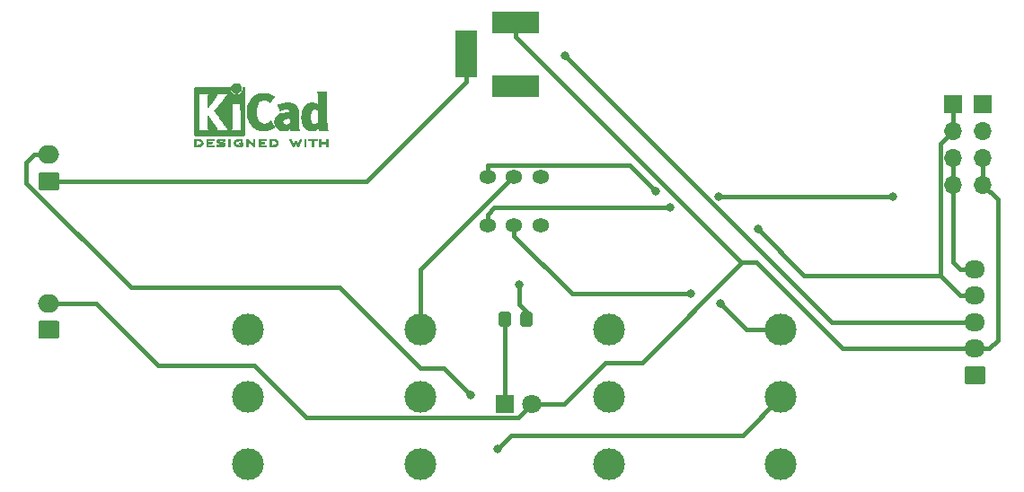
<source format=gbr>
G04 #@! TF.GenerationSoftware,KiCad,Pcbnew,(5.1.5)-3*
G04 #@! TF.CreationDate,2021-02-01T17:37:08+01:00*
G04 #@! TF.ProjectId,Prototype Board,50726f74-6f74-4797-9065-20426f617264,rev?*
G04 #@! TF.SameCoordinates,Original*
G04 #@! TF.FileFunction,Copper,L1,Top*
G04 #@! TF.FilePolarity,Positive*
%FSLAX46Y46*%
G04 Gerber Fmt 4.6, Leading zero omitted, Abs format (unit mm)*
G04 Created by KiCad (PCBNEW (5.1.5)-3) date 2021-02-01 17:37:08*
%MOMM*%
%LPD*%
G04 APERTURE LIST*
%ADD10C,0.010000*%
%ADD11R,2.000000X4.500000*%
%ADD12R,4.500000X2.000000*%
%ADD13O,1.600000X1.300000*%
%ADD14O,1.700000X1.700000*%
%ADD15R,1.700000X1.700000*%
%ADD16C,3.000000*%
%ADD17C,0.100000*%
%ADD18O,2.000000X1.700000*%
%ADD19O,1.950000X1.700000*%
%ADD20C,1.800000*%
%ADD21R,1.800000X1.800000*%
%ADD22C,0.800000*%
%ADD23C,0.381000*%
G04 APERTURE END LIST*
D10*
G36*
X132212823Y-112002533D02*
G01*
X132244202Y-112024776D01*
X132271911Y-112052485D01*
X132271911Y-112361920D01*
X132271838Y-112453799D01*
X132271495Y-112525840D01*
X132270692Y-112580780D01*
X132269241Y-112621360D01*
X132266952Y-112650317D01*
X132263636Y-112670391D01*
X132259105Y-112684321D01*
X132253169Y-112694845D01*
X132248514Y-112701100D01*
X132217783Y-112725673D01*
X132182496Y-112728341D01*
X132150245Y-112713271D01*
X132139588Y-112704374D01*
X132132464Y-112692557D01*
X132128167Y-112673526D01*
X132125991Y-112642992D01*
X132125228Y-112596662D01*
X132125155Y-112560871D01*
X132125155Y-112426045D01*
X131628444Y-112426045D01*
X131628444Y-112548700D01*
X131627931Y-112604787D01*
X131625876Y-112643333D01*
X131621508Y-112669361D01*
X131614056Y-112687897D01*
X131605047Y-112701100D01*
X131574144Y-112725604D01*
X131539196Y-112728506D01*
X131505738Y-112711089D01*
X131496604Y-112701959D01*
X131490152Y-112689855D01*
X131485897Y-112671001D01*
X131483352Y-112641620D01*
X131482029Y-112597937D01*
X131481443Y-112536175D01*
X131481375Y-112522000D01*
X131480891Y-112405631D01*
X131480641Y-112309727D01*
X131480723Y-112232177D01*
X131481231Y-112170869D01*
X131482262Y-112123690D01*
X131483913Y-112088530D01*
X131486279Y-112063276D01*
X131489457Y-112045817D01*
X131493544Y-112034041D01*
X131498634Y-112025835D01*
X131504266Y-112019645D01*
X131536128Y-111999844D01*
X131569357Y-112002533D01*
X131600735Y-112024776D01*
X131613433Y-112039126D01*
X131621526Y-112054978D01*
X131626042Y-112077554D01*
X131628006Y-112112078D01*
X131628444Y-112163776D01*
X131628444Y-112279289D01*
X132125155Y-112279289D01*
X132125155Y-112160756D01*
X132125662Y-112106148D01*
X132127698Y-112069275D01*
X132132035Y-112045307D01*
X132139447Y-112029415D01*
X132147733Y-112019645D01*
X132179594Y-111999844D01*
X132212823Y-112002533D01*
G37*
X132212823Y-112002533D02*
X132244202Y-112024776D01*
X132271911Y-112052485D01*
X132271911Y-112361920D01*
X132271838Y-112453799D01*
X132271495Y-112525840D01*
X132270692Y-112580780D01*
X132269241Y-112621360D01*
X132266952Y-112650317D01*
X132263636Y-112670391D01*
X132259105Y-112684321D01*
X132253169Y-112694845D01*
X132248514Y-112701100D01*
X132217783Y-112725673D01*
X132182496Y-112728341D01*
X132150245Y-112713271D01*
X132139588Y-112704374D01*
X132132464Y-112692557D01*
X132128167Y-112673526D01*
X132125991Y-112642992D01*
X132125228Y-112596662D01*
X132125155Y-112560871D01*
X132125155Y-112426045D01*
X131628444Y-112426045D01*
X131628444Y-112548700D01*
X131627931Y-112604787D01*
X131625876Y-112643333D01*
X131621508Y-112669361D01*
X131614056Y-112687897D01*
X131605047Y-112701100D01*
X131574144Y-112725604D01*
X131539196Y-112728506D01*
X131505738Y-112711089D01*
X131496604Y-112701959D01*
X131490152Y-112689855D01*
X131485897Y-112671001D01*
X131483352Y-112641620D01*
X131482029Y-112597937D01*
X131481443Y-112536175D01*
X131481375Y-112522000D01*
X131480891Y-112405631D01*
X131480641Y-112309727D01*
X131480723Y-112232177D01*
X131481231Y-112170869D01*
X131482262Y-112123690D01*
X131483913Y-112088530D01*
X131486279Y-112063276D01*
X131489457Y-112045817D01*
X131493544Y-112034041D01*
X131498634Y-112025835D01*
X131504266Y-112019645D01*
X131536128Y-111999844D01*
X131569357Y-112002533D01*
X131600735Y-112024776D01*
X131613433Y-112039126D01*
X131621526Y-112054978D01*
X131626042Y-112077554D01*
X131628006Y-112112078D01*
X131628444Y-112163776D01*
X131628444Y-112279289D01*
X132125155Y-112279289D01*
X132125155Y-112160756D01*
X132125662Y-112106148D01*
X132127698Y-112069275D01*
X132132035Y-112045307D01*
X132139447Y-112029415D01*
X132147733Y-112019645D01*
X132179594Y-111999844D01*
X132212823Y-112002533D01*
G36*
X130947065Y-111997163D02*
G01*
X131025772Y-111997542D01*
X131086863Y-111998333D01*
X131132817Y-111999670D01*
X131166114Y-112001683D01*
X131189236Y-112004506D01*
X131204662Y-112008269D01*
X131214871Y-112013105D01*
X131219813Y-112016822D01*
X131245457Y-112049358D01*
X131248559Y-112083138D01*
X131232711Y-112113826D01*
X131222348Y-112126089D01*
X131211196Y-112134450D01*
X131195035Y-112139657D01*
X131169642Y-112142457D01*
X131130798Y-112143596D01*
X131074280Y-112143821D01*
X131063180Y-112143822D01*
X130917244Y-112143822D01*
X130917244Y-112414756D01*
X130917148Y-112500154D01*
X130916711Y-112565864D01*
X130915712Y-112614774D01*
X130913928Y-112649773D01*
X130911137Y-112673749D01*
X130907117Y-112689593D01*
X130901645Y-112700191D01*
X130894666Y-112708267D01*
X130861734Y-112728112D01*
X130827354Y-112726548D01*
X130796176Y-112703906D01*
X130793886Y-112701100D01*
X130786429Y-112690492D01*
X130780747Y-112678081D01*
X130776601Y-112660850D01*
X130773750Y-112635784D01*
X130771954Y-112599867D01*
X130770972Y-112550083D01*
X130770564Y-112483417D01*
X130770489Y-112407589D01*
X130770489Y-112143822D01*
X130631127Y-112143822D01*
X130571322Y-112143418D01*
X130529918Y-112141840D01*
X130502748Y-112138547D01*
X130485646Y-112132992D01*
X130474443Y-112124631D01*
X130473083Y-112123178D01*
X130456725Y-112089939D01*
X130458172Y-112052362D01*
X130476978Y-112019645D01*
X130484250Y-112013298D01*
X130493627Y-112008266D01*
X130507609Y-112004396D01*
X130528696Y-112001537D01*
X130559389Y-111999535D01*
X130602189Y-111998239D01*
X130659595Y-111997498D01*
X130734110Y-111997158D01*
X130828233Y-111997068D01*
X130848260Y-111997067D01*
X130947065Y-111997163D01*
G37*
X130947065Y-111997163D02*
X131025772Y-111997542D01*
X131086863Y-111998333D01*
X131132817Y-111999670D01*
X131166114Y-112001683D01*
X131189236Y-112004506D01*
X131204662Y-112008269D01*
X131214871Y-112013105D01*
X131219813Y-112016822D01*
X131245457Y-112049358D01*
X131248559Y-112083138D01*
X131232711Y-112113826D01*
X131222348Y-112126089D01*
X131211196Y-112134450D01*
X131195035Y-112139657D01*
X131169642Y-112142457D01*
X131130798Y-112143596D01*
X131074280Y-112143821D01*
X131063180Y-112143822D01*
X130917244Y-112143822D01*
X130917244Y-112414756D01*
X130917148Y-112500154D01*
X130916711Y-112565864D01*
X130915712Y-112614774D01*
X130913928Y-112649773D01*
X130911137Y-112673749D01*
X130907117Y-112689593D01*
X130901645Y-112700191D01*
X130894666Y-112708267D01*
X130861734Y-112728112D01*
X130827354Y-112726548D01*
X130796176Y-112703906D01*
X130793886Y-112701100D01*
X130786429Y-112690492D01*
X130780747Y-112678081D01*
X130776601Y-112660850D01*
X130773750Y-112635784D01*
X130771954Y-112599867D01*
X130770972Y-112550083D01*
X130770564Y-112483417D01*
X130770489Y-112407589D01*
X130770489Y-112143822D01*
X130631127Y-112143822D01*
X130571322Y-112143418D01*
X130529918Y-112141840D01*
X130502748Y-112138547D01*
X130485646Y-112132992D01*
X130474443Y-112124631D01*
X130473083Y-112123178D01*
X130456725Y-112089939D01*
X130458172Y-112052362D01*
X130476978Y-112019645D01*
X130484250Y-112013298D01*
X130493627Y-112008266D01*
X130507609Y-112004396D01*
X130528696Y-112001537D01*
X130559389Y-111999535D01*
X130602189Y-111998239D01*
X130659595Y-111997498D01*
X130734110Y-111997158D01*
X130828233Y-111997068D01*
X130848260Y-111997067D01*
X130947065Y-111997163D01*
G36*
X130172614Y-112003877D02*
G01*
X130196327Y-112018647D01*
X130222978Y-112040227D01*
X130222978Y-112361773D01*
X130222893Y-112455830D01*
X130222529Y-112529932D01*
X130221724Y-112586704D01*
X130220313Y-112628768D01*
X130218133Y-112658748D01*
X130215021Y-112679267D01*
X130210814Y-112692949D01*
X130205348Y-112702416D01*
X130201472Y-112707082D01*
X130170034Y-112727575D01*
X130134233Y-112726739D01*
X130102873Y-112709264D01*
X130076222Y-112687684D01*
X130076222Y-112040227D01*
X130102873Y-112018647D01*
X130128594Y-112002949D01*
X130149600Y-111997067D01*
X130172614Y-112003877D01*
G37*
X130172614Y-112003877D02*
X130196327Y-112018647D01*
X130222978Y-112040227D01*
X130222978Y-112361773D01*
X130222893Y-112455830D01*
X130222529Y-112529932D01*
X130221724Y-112586704D01*
X130220313Y-112628768D01*
X130218133Y-112658748D01*
X130215021Y-112679267D01*
X130210814Y-112692949D01*
X130205348Y-112702416D01*
X130201472Y-112707082D01*
X130170034Y-112727575D01*
X130134233Y-112726739D01*
X130102873Y-112709264D01*
X130076222Y-112687684D01*
X130076222Y-112040227D01*
X130102873Y-112018647D01*
X130128594Y-112002949D01*
X130149600Y-111997067D01*
X130172614Y-112003877D01*
G36*
X129728665Y-111999034D02*
G01*
X129748255Y-112006035D01*
X129749010Y-112006377D01*
X129775613Y-112026678D01*
X129790270Y-112047561D01*
X129793138Y-112057352D01*
X129792996Y-112070361D01*
X129788961Y-112088895D01*
X129780146Y-112115257D01*
X129765669Y-112151752D01*
X129744645Y-112200687D01*
X129716188Y-112264365D01*
X129679415Y-112345093D01*
X129659175Y-112389216D01*
X129622625Y-112467985D01*
X129588315Y-112540423D01*
X129557552Y-112603880D01*
X129531648Y-112655708D01*
X129511910Y-112693259D01*
X129499650Y-112713884D01*
X129497224Y-112716733D01*
X129466183Y-112729302D01*
X129431121Y-112727619D01*
X129403000Y-112712332D01*
X129401854Y-112711089D01*
X129390668Y-112694154D01*
X129371904Y-112661170D01*
X129347875Y-112616380D01*
X129320897Y-112564032D01*
X129311201Y-112544742D01*
X129238014Y-112398150D01*
X129158240Y-112557393D01*
X129129767Y-112612415D01*
X129103350Y-112660132D01*
X129081148Y-112696893D01*
X129065319Y-112719044D01*
X129059954Y-112723741D01*
X129018257Y-112730102D01*
X128983849Y-112716733D01*
X128973728Y-112702446D01*
X128956214Y-112670692D01*
X128932735Y-112624597D01*
X128904720Y-112567285D01*
X128873599Y-112501880D01*
X128840799Y-112431507D01*
X128807750Y-112359291D01*
X128775881Y-112288355D01*
X128746619Y-112221825D01*
X128721395Y-112162826D01*
X128701636Y-112114481D01*
X128688772Y-112079915D01*
X128684231Y-112062253D01*
X128684277Y-112061613D01*
X128695326Y-112039388D01*
X128717410Y-112016753D01*
X128718710Y-112015768D01*
X128745853Y-112000425D01*
X128770958Y-112000574D01*
X128780368Y-112003466D01*
X128791834Y-112009718D01*
X128804010Y-112022014D01*
X128818357Y-112042908D01*
X128836336Y-112074949D01*
X128859407Y-112120688D01*
X128889030Y-112182677D01*
X128915745Y-112239898D01*
X128946480Y-112306226D01*
X128974021Y-112365874D01*
X128996938Y-112415725D01*
X129013798Y-112452664D01*
X129023173Y-112473573D01*
X129024540Y-112476845D01*
X129030689Y-112471497D01*
X129044822Y-112449109D01*
X129065057Y-112412946D01*
X129089515Y-112366277D01*
X129099248Y-112347022D01*
X129132217Y-112282004D01*
X129157643Y-112234654D01*
X129177612Y-112202219D01*
X129194210Y-112181946D01*
X129209524Y-112171082D01*
X129225640Y-112166875D01*
X129236143Y-112166400D01*
X129254670Y-112168042D01*
X129270904Y-112174831D01*
X129287035Y-112189566D01*
X129305251Y-112215044D01*
X129327739Y-112254061D01*
X129356689Y-112309414D01*
X129372662Y-112340903D01*
X129398570Y-112391087D01*
X129421167Y-112432704D01*
X129438458Y-112462242D01*
X129448450Y-112476189D01*
X129449809Y-112476770D01*
X129456261Y-112465793D01*
X129470708Y-112437290D01*
X129491703Y-112394244D01*
X129517797Y-112339638D01*
X129547546Y-112276454D01*
X129562180Y-112245071D01*
X129600250Y-112164078D01*
X129630905Y-112101756D01*
X129655737Y-112056071D01*
X129676337Y-112024989D01*
X129694298Y-112006478D01*
X129711210Y-111998504D01*
X129728665Y-111999034D01*
G37*
X129728665Y-111999034D02*
X129748255Y-112006035D01*
X129749010Y-112006377D01*
X129775613Y-112026678D01*
X129790270Y-112047561D01*
X129793138Y-112057352D01*
X129792996Y-112070361D01*
X129788961Y-112088895D01*
X129780146Y-112115257D01*
X129765669Y-112151752D01*
X129744645Y-112200687D01*
X129716188Y-112264365D01*
X129679415Y-112345093D01*
X129659175Y-112389216D01*
X129622625Y-112467985D01*
X129588315Y-112540423D01*
X129557552Y-112603880D01*
X129531648Y-112655708D01*
X129511910Y-112693259D01*
X129499650Y-112713884D01*
X129497224Y-112716733D01*
X129466183Y-112729302D01*
X129431121Y-112727619D01*
X129403000Y-112712332D01*
X129401854Y-112711089D01*
X129390668Y-112694154D01*
X129371904Y-112661170D01*
X129347875Y-112616380D01*
X129320897Y-112564032D01*
X129311201Y-112544742D01*
X129238014Y-112398150D01*
X129158240Y-112557393D01*
X129129767Y-112612415D01*
X129103350Y-112660132D01*
X129081148Y-112696893D01*
X129065319Y-112719044D01*
X129059954Y-112723741D01*
X129018257Y-112730102D01*
X128983849Y-112716733D01*
X128973728Y-112702446D01*
X128956214Y-112670692D01*
X128932735Y-112624597D01*
X128904720Y-112567285D01*
X128873599Y-112501880D01*
X128840799Y-112431507D01*
X128807750Y-112359291D01*
X128775881Y-112288355D01*
X128746619Y-112221825D01*
X128721395Y-112162826D01*
X128701636Y-112114481D01*
X128688772Y-112079915D01*
X128684231Y-112062253D01*
X128684277Y-112061613D01*
X128695326Y-112039388D01*
X128717410Y-112016753D01*
X128718710Y-112015768D01*
X128745853Y-112000425D01*
X128770958Y-112000574D01*
X128780368Y-112003466D01*
X128791834Y-112009718D01*
X128804010Y-112022014D01*
X128818357Y-112042908D01*
X128836336Y-112074949D01*
X128859407Y-112120688D01*
X128889030Y-112182677D01*
X128915745Y-112239898D01*
X128946480Y-112306226D01*
X128974021Y-112365874D01*
X128996938Y-112415725D01*
X129013798Y-112452664D01*
X129023173Y-112473573D01*
X129024540Y-112476845D01*
X129030689Y-112471497D01*
X129044822Y-112449109D01*
X129065057Y-112412946D01*
X129089515Y-112366277D01*
X129099248Y-112347022D01*
X129132217Y-112282004D01*
X129157643Y-112234654D01*
X129177612Y-112202219D01*
X129194210Y-112181946D01*
X129209524Y-112171082D01*
X129225640Y-112166875D01*
X129236143Y-112166400D01*
X129254670Y-112168042D01*
X129270904Y-112174831D01*
X129287035Y-112189566D01*
X129305251Y-112215044D01*
X129327739Y-112254061D01*
X129356689Y-112309414D01*
X129372662Y-112340903D01*
X129398570Y-112391087D01*
X129421167Y-112432704D01*
X129438458Y-112462242D01*
X129448450Y-112476189D01*
X129449809Y-112476770D01*
X129456261Y-112465793D01*
X129470708Y-112437290D01*
X129491703Y-112394244D01*
X129517797Y-112339638D01*
X129547546Y-112276454D01*
X129562180Y-112245071D01*
X129600250Y-112164078D01*
X129630905Y-112101756D01*
X129655737Y-112056071D01*
X129676337Y-112024989D01*
X129694298Y-112006478D01*
X129711210Y-111998504D01*
X129728665Y-111999034D01*
G36*
X127002309Y-111997275D02*
G01*
X127131288Y-112001636D01*
X127240991Y-112014861D01*
X127333226Y-112037741D01*
X127409802Y-112071070D01*
X127472527Y-112115638D01*
X127523212Y-112172236D01*
X127563663Y-112241658D01*
X127564459Y-112243351D01*
X127588601Y-112305483D01*
X127597203Y-112360509D01*
X127590231Y-112415887D01*
X127567654Y-112479073D01*
X127563372Y-112488689D01*
X127534172Y-112544966D01*
X127501356Y-112588451D01*
X127459002Y-112625417D01*
X127401190Y-112662135D01*
X127397831Y-112664052D01*
X127347504Y-112688227D01*
X127290621Y-112706282D01*
X127223527Y-112718839D01*
X127142565Y-112726522D01*
X127044082Y-112729953D01*
X127009286Y-112730251D01*
X126843594Y-112730845D01*
X126820197Y-112701100D01*
X126813257Y-112691319D01*
X126807842Y-112679897D01*
X126803765Y-112664095D01*
X126800837Y-112641175D01*
X126798867Y-112608396D01*
X126798225Y-112584089D01*
X126954844Y-112584089D01*
X127048726Y-112584089D01*
X127103664Y-112582483D01*
X127160060Y-112578255D01*
X127206345Y-112572292D01*
X127209139Y-112571790D01*
X127291348Y-112549736D01*
X127355114Y-112516600D01*
X127402452Y-112470847D01*
X127435382Y-112410939D01*
X127441108Y-112395061D01*
X127446721Y-112370333D01*
X127444291Y-112345902D01*
X127432467Y-112313400D01*
X127425340Y-112297434D01*
X127402000Y-112255006D01*
X127373880Y-112225240D01*
X127342940Y-112204511D01*
X127280966Y-112177537D01*
X127201651Y-112157998D01*
X127109253Y-112146746D01*
X127042333Y-112144270D01*
X126954844Y-112143822D01*
X126954844Y-112584089D01*
X126798225Y-112584089D01*
X126797668Y-112563021D01*
X126797050Y-112502311D01*
X126796825Y-112423526D01*
X126796800Y-112361920D01*
X126796800Y-112052485D01*
X126824509Y-112024776D01*
X126836806Y-112013544D01*
X126850103Y-112005853D01*
X126868672Y-112001040D01*
X126896786Y-111998446D01*
X126938717Y-111997410D01*
X126998737Y-111997270D01*
X127002309Y-111997275D01*
G37*
X127002309Y-111997275D02*
X127131288Y-112001636D01*
X127240991Y-112014861D01*
X127333226Y-112037741D01*
X127409802Y-112071070D01*
X127472527Y-112115638D01*
X127523212Y-112172236D01*
X127563663Y-112241658D01*
X127564459Y-112243351D01*
X127588601Y-112305483D01*
X127597203Y-112360509D01*
X127590231Y-112415887D01*
X127567654Y-112479073D01*
X127563372Y-112488689D01*
X127534172Y-112544966D01*
X127501356Y-112588451D01*
X127459002Y-112625417D01*
X127401190Y-112662135D01*
X127397831Y-112664052D01*
X127347504Y-112688227D01*
X127290621Y-112706282D01*
X127223527Y-112718839D01*
X127142565Y-112726522D01*
X127044082Y-112729953D01*
X127009286Y-112730251D01*
X126843594Y-112730845D01*
X126820197Y-112701100D01*
X126813257Y-112691319D01*
X126807842Y-112679897D01*
X126803765Y-112664095D01*
X126800837Y-112641175D01*
X126798867Y-112608396D01*
X126798225Y-112584089D01*
X126954844Y-112584089D01*
X127048726Y-112584089D01*
X127103664Y-112582483D01*
X127160060Y-112578255D01*
X127206345Y-112572292D01*
X127209139Y-112571790D01*
X127291348Y-112549736D01*
X127355114Y-112516600D01*
X127402452Y-112470847D01*
X127435382Y-112410939D01*
X127441108Y-112395061D01*
X127446721Y-112370333D01*
X127444291Y-112345902D01*
X127432467Y-112313400D01*
X127425340Y-112297434D01*
X127402000Y-112255006D01*
X127373880Y-112225240D01*
X127342940Y-112204511D01*
X127280966Y-112177537D01*
X127201651Y-112157998D01*
X127109253Y-112146746D01*
X127042333Y-112144270D01*
X126954844Y-112143822D01*
X126954844Y-112584089D01*
X126798225Y-112584089D01*
X126797668Y-112563021D01*
X126797050Y-112502311D01*
X126796825Y-112423526D01*
X126796800Y-112361920D01*
X126796800Y-112052485D01*
X126824509Y-112024776D01*
X126836806Y-112013544D01*
X126850103Y-112005853D01*
X126868672Y-112001040D01*
X126896786Y-111998446D01*
X126938717Y-111997410D01*
X126998737Y-111997270D01*
X127002309Y-111997275D01*
G36*
X126214343Y-111997260D02*
G01*
X126290701Y-111998174D01*
X126349217Y-112000311D01*
X126392255Y-112004175D01*
X126422183Y-112010267D01*
X126441368Y-112019090D01*
X126452176Y-112031146D01*
X126456973Y-112046939D01*
X126458127Y-112066970D01*
X126458133Y-112069335D01*
X126457131Y-112091992D01*
X126452396Y-112109503D01*
X126441333Y-112122574D01*
X126421348Y-112131913D01*
X126389846Y-112138227D01*
X126344232Y-112142222D01*
X126281913Y-112144606D01*
X126200293Y-112146086D01*
X126175277Y-112146414D01*
X125933200Y-112149467D01*
X125929814Y-112214378D01*
X125926429Y-112279289D01*
X126094576Y-112279289D01*
X126160266Y-112279531D01*
X126207172Y-112280556D01*
X126239083Y-112282811D01*
X126259791Y-112286742D01*
X126273084Y-112292798D01*
X126282755Y-112301424D01*
X126282817Y-112301493D01*
X126300356Y-112335112D01*
X126299722Y-112371448D01*
X126281314Y-112402423D01*
X126277671Y-112405607D01*
X126264741Y-112413812D01*
X126247024Y-112419521D01*
X126220570Y-112423162D01*
X126181432Y-112425167D01*
X126125662Y-112425964D01*
X126089994Y-112426045D01*
X125927555Y-112426045D01*
X125927555Y-112584089D01*
X126174161Y-112584089D01*
X126255580Y-112584231D01*
X126317410Y-112584814D01*
X126362637Y-112586068D01*
X126394248Y-112588227D01*
X126415231Y-112591523D01*
X126428573Y-112596189D01*
X126437261Y-112602457D01*
X126439450Y-112604733D01*
X126455614Y-112636280D01*
X126456797Y-112672168D01*
X126443536Y-112703285D01*
X126433043Y-112713271D01*
X126422129Y-112718769D01*
X126405217Y-112723022D01*
X126379633Y-112726180D01*
X126342701Y-112728392D01*
X126291746Y-112729806D01*
X126224094Y-112730572D01*
X126137069Y-112730838D01*
X126117394Y-112730845D01*
X126028911Y-112730787D01*
X125960227Y-112730467D01*
X125908564Y-112729667D01*
X125871145Y-112728167D01*
X125845190Y-112725749D01*
X125827922Y-112722194D01*
X125816562Y-112717282D01*
X125808332Y-112710795D01*
X125803817Y-112706138D01*
X125797021Y-112697889D01*
X125791712Y-112687669D01*
X125787706Y-112672800D01*
X125784821Y-112650602D01*
X125782874Y-112618393D01*
X125781681Y-112573496D01*
X125781061Y-112513228D01*
X125780829Y-112434911D01*
X125780800Y-112368994D01*
X125780871Y-112276628D01*
X125781208Y-112204117D01*
X125781998Y-112148737D01*
X125783426Y-112107765D01*
X125785679Y-112078478D01*
X125788943Y-112058153D01*
X125793404Y-112044066D01*
X125799248Y-112033495D01*
X125804197Y-112026811D01*
X125827594Y-111997067D01*
X126117774Y-111997067D01*
X126214343Y-111997260D01*
G37*
X126214343Y-111997260D02*
X126290701Y-111998174D01*
X126349217Y-112000311D01*
X126392255Y-112004175D01*
X126422183Y-112010267D01*
X126441368Y-112019090D01*
X126452176Y-112031146D01*
X126456973Y-112046939D01*
X126458127Y-112066970D01*
X126458133Y-112069335D01*
X126457131Y-112091992D01*
X126452396Y-112109503D01*
X126441333Y-112122574D01*
X126421348Y-112131913D01*
X126389846Y-112138227D01*
X126344232Y-112142222D01*
X126281913Y-112144606D01*
X126200293Y-112146086D01*
X126175277Y-112146414D01*
X125933200Y-112149467D01*
X125929814Y-112214378D01*
X125926429Y-112279289D01*
X126094576Y-112279289D01*
X126160266Y-112279531D01*
X126207172Y-112280556D01*
X126239083Y-112282811D01*
X126259791Y-112286742D01*
X126273084Y-112292798D01*
X126282755Y-112301424D01*
X126282817Y-112301493D01*
X126300356Y-112335112D01*
X126299722Y-112371448D01*
X126281314Y-112402423D01*
X126277671Y-112405607D01*
X126264741Y-112413812D01*
X126247024Y-112419521D01*
X126220570Y-112423162D01*
X126181432Y-112425167D01*
X126125662Y-112425964D01*
X126089994Y-112426045D01*
X125927555Y-112426045D01*
X125927555Y-112584089D01*
X126174161Y-112584089D01*
X126255580Y-112584231D01*
X126317410Y-112584814D01*
X126362637Y-112586068D01*
X126394248Y-112588227D01*
X126415231Y-112591523D01*
X126428573Y-112596189D01*
X126437261Y-112602457D01*
X126439450Y-112604733D01*
X126455614Y-112636280D01*
X126456797Y-112672168D01*
X126443536Y-112703285D01*
X126433043Y-112713271D01*
X126422129Y-112718769D01*
X126405217Y-112723022D01*
X126379633Y-112726180D01*
X126342701Y-112728392D01*
X126291746Y-112729806D01*
X126224094Y-112730572D01*
X126137069Y-112730838D01*
X126117394Y-112730845D01*
X126028911Y-112730787D01*
X125960227Y-112730467D01*
X125908564Y-112729667D01*
X125871145Y-112728167D01*
X125845190Y-112725749D01*
X125827922Y-112722194D01*
X125816562Y-112717282D01*
X125808332Y-112710795D01*
X125803817Y-112706138D01*
X125797021Y-112697889D01*
X125791712Y-112687669D01*
X125787706Y-112672800D01*
X125784821Y-112650602D01*
X125782874Y-112618393D01*
X125781681Y-112573496D01*
X125781061Y-112513228D01*
X125780829Y-112434911D01*
X125780800Y-112368994D01*
X125780871Y-112276628D01*
X125781208Y-112204117D01*
X125781998Y-112148737D01*
X125783426Y-112107765D01*
X125785679Y-112078478D01*
X125788943Y-112058153D01*
X125793404Y-112044066D01*
X125799248Y-112033495D01*
X125804197Y-112026811D01*
X125827594Y-111997067D01*
X126117774Y-111997067D01*
X126214343Y-111997260D01*
G36*
X124683886Y-112001448D02*
G01*
X124707452Y-112015273D01*
X124738265Y-112037881D01*
X124777922Y-112070338D01*
X124828020Y-112113708D01*
X124890157Y-112169058D01*
X124965928Y-112237451D01*
X125052666Y-112316084D01*
X125233289Y-112479878D01*
X125238933Y-112260029D01*
X125240971Y-112184351D01*
X125242937Y-112127994D01*
X125245266Y-112087706D01*
X125248394Y-112060235D01*
X125252755Y-112042329D01*
X125258784Y-112030737D01*
X125266916Y-112022208D01*
X125271228Y-112018623D01*
X125305759Y-111999670D01*
X125338617Y-112002441D01*
X125364682Y-112018633D01*
X125391333Y-112040199D01*
X125394648Y-112355151D01*
X125395565Y-112447779D01*
X125396032Y-112520544D01*
X125395887Y-112576161D01*
X125394968Y-112617342D01*
X125393113Y-112646803D01*
X125390161Y-112667255D01*
X125385950Y-112681413D01*
X125380318Y-112691991D01*
X125374073Y-112700474D01*
X125360561Y-112716207D01*
X125347117Y-112726636D01*
X125331876Y-112730639D01*
X125312974Y-112727094D01*
X125288545Y-112714879D01*
X125256727Y-112692871D01*
X125215652Y-112659949D01*
X125163458Y-112614991D01*
X125098278Y-112556875D01*
X125024444Y-112490099D01*
X124759155Y-112249458D01*
X124753511Y-112468589D01*
X124751469Y-112544128D01*
X124749498Y-112600354D01*
X124747161Y-112640524D01*
X124744019Y-112667896D01*
X124739636Y-112685728D01*
X124733576Y-112697279D01*
X124725400Y-112705807D01*
X124721216Y-112709282D01*
X124684235Y-112728372D01*
X124649292Y-112725493D01*
X124618864Y-112701100D01*
X124611903Y-112691286D01*
X124606477Y-112679826D01*
X124602397Y-112663968D01*
X124599471Y-112640963D01*
X124597508Y-112608062D01*
X124596317Y-112562516D01*
X124595708Y-112501573D01*
X124595489Y-112422486D01*
X124595466Y-112363956D01*
X124595540Y-112272407D01*
X124595887Y-112200687D01*
X124596699Y-112146045D01*
X124598167Y-112105732D01*
X124600481Y-112076998D01*
X124603833Y-112057093D01*
X124608412Y-112043268D01*
X124614411Y-112032772D01*
X124618864Y-112026811D01*
X124630150Y-112012691D01*
X124640699Y-112002029D01*
X124652107Y-111995892D01*
X124665970Y-111995343D01*
X124683886Y-112001448D01*
G37*
X124683886Y-112001448D02*
X124707452Y-112015273D01*
X124738265Y-112037881D01*
X124777922Y-112070338D01*
X124828020Y-112113708D01*
X124890157Y-112169058D01*
X124965928Y-112237451D01*
X125052666Y-112316084D01*
X125233289Y-112479878D01*
X125238933Y-112260029D01*
X125240971Y-112184351D01*
X125242937Y-112127994D01*
X125245266Y-112087706D01*
X125248394Y-112060235D01*
X125252755Y-112042329D01*
X125258784Y-112030737D01*
X125266916Y-112022208D01*
X125271228Y-112018623D01*
X125305759Y-111999670D01*
X125338617Y-112002441D01*
X125364682Y-112018633D01*
X125391333Y-112040199D01*
X125394648Y-112355151D01*
X125395565Y-112447779D01*
X125396032Y-112520544D01*
X125395887Y-112576161D01*
X125394968Y-112617342D01*
X125393113Y-112646803D01*
X125390161Y-112667255D01*
X125385950Y-112681413D01*
X125380318Y-112691991D01*
X125374073Y-112700474D01*
X125360561Y-112716207D01*
X125347117Y-112726636D01*
X125331876Y-112730639D01*
X125312974Y-112727094D01*
X125288545Y-112714879D01*
X125256727Y-112692871D01*
X125215652Y-112659949D01*
X125163458Y-112614991D01*
X125098278Y-112556875D01*
X125024444Y-112490099D01*
X124759155Y-112249458D01*
X124753511Y-112468589D01*
X124751469Y-112544128D01*
X124749498Y-112600354D01*
X124747161Y-112640524D01*
X124744019Y-112667896D01*
X124739636Y-112685728D01*
X124733576Y-112697279D01*
X124725400Y-112705807D01*
X124721216Y-112709282D01*
X124684235Y-112728372D01*
X124649292Y-112725493D01*
X124618864Y-112701100D01*
X124611903Y-112691286D01*
X124606477Y-112679826D01*
X124602397Y-112663968D01*
X124599471Y-112640963D01*
X124597508Y-112608062D01*
X124596317Y-112562516D01*
X124595708Y-112501573D01*
X124595489Y-112422486D01*
X124595466Y-112363956D01*
X124595540Y-112272407D01*
X124595887Y-112200687D01*
X124596699Y-112146045D01*
X124598167Y-112105732D01*
X124600481Y-112076998D01*
X124603833Y-112057093D01*
X124608412Y-112043268D01*
X124614411Y-112032772D01*
X124618864Y-112026811D01*
X124630150Y-112012691D01*
X124640699Y-112002029D01*
X124652107Y-111995892D01*
X124665970Y-111995343D01*
X124683886Y-112001448D01*
G36*
X124033919Y-112002599D02*
G01*
X124102435Y-112014095D01*
X124155057Y-112031967D01*
X124189292Y-112055499D01*
X124198621Y-112068924D01*
X124208107Y-112100148D01*
X124201723Y-112128395D01*
X124181570Y-112155182D01*
X124150255Y-112167713D01*
X124104817Y-112166696D01*
X124069674Y-112159906D01*
X123991581Y-112146971D01*
X123911774Y-112145742D01*
X123822445Y-112156241D01*
X123797771Y-112160690D01*
X123714709Y-112184108D01*
X123649727Y-112218945D01*
X123603539Y-112264604D01*
X123576855Y-112320494D01*
X123571337Y-112349388D01*
X123574949Y-112408012D01*
X123598271Y-112459879D01*
X123639176Y-112503978D01*
X123695541Y-112539299D01*
X123765240Y-112564829D01*
X123846148Y-112579559D01*
X123936140Y-112582478D01*
X124033090Y-112572575D01*
X124038564Y-112571641D01*
X124077125Y-112564459D01*
X124098506Y-112557521D01*
X124107773Y-112547227D01*
X124109994Y-112529976D01*
X124110044Y-112520841D01*
X124110044Y-112482489D01*
X124041569Y-112482489D01*
X123981100Y-112478347D01*
X123939835Y-112465147D01*
X123915825Y-112441730D01*
X123907123Y-112406936D01*
X123907017Y-112402394D01*
X123912108Y-112372654D01*
X123929567Y-112351419D01*
X123962061Y-112337366D01*
X124012257Y-112329173D01*
X124060877Y-112326161D01*
X124131544Y-112324433D01*
X124182802Y-112327070D01*
X124217761Y-112336800D01*
X124239530Y-112356353D01*
X124251220Y-112388456D01*
X124255940Y-112435838D01*
X124256800Y-112498071D01*
X124255391Y-112567535D01*
X124251152Y-112614786D01*
X124244064Y-112640012D01*
X124242689Y-112641988D01*
X124203772Y-112673508D01*
X124146714Y-112698470D01*
X124075131Y-112716340D01*
X123992642Y-112726586D01*
X123902861Y-112728673D01*
X123809408Y-112722068D01*
X123754444Y-112713956D01*
X123668234Y-112689554D01*
X123588108Y-112649662D01*
X123521023Y-112597887D01*
X123510827Y-112587539D01*
X123477698Y-112544035D01*
X123447806Y-112490118D01*
X123424643Y-112433592D01*
X123411702Y-112382259D01*
X123410142Y-112362544D01*
X123416782Y-112321419D01*
X123434432Y-112270252D01*
X123459703Y-112216394D01*
X123489211Y-112167195D01*
X123515281Y-112134334D01*
X123576235Y-112085452D01*
X123655031Y-112046545D01*
X123748843Y-112018494D01*
X123854850Y-112002179D01*
X123952000Y-111998192D01*
X124033919Y-112002599D01*
G37*
X124033919Y-112002599D02*
X124102435Y-112014095D01*
X124155057Y-112031967D01*
X124189292Y-112055499D01*
X124198621Y-112068924D01*
X124208107Y-112100148D01*
X124201723Y-112128395D01*
X124181570Y-112155182D01*
X124150255Y-112167713D01*
X124104817Y-112166696D01*
X124069674Y-112159906D01*
X123991581Y-112146971D01*
X123911774Y-112145742D01*
X123822445Y-112156241D01*
X123797771Y-112160690D01*
X123714709Y-112184108D01*
X123649727Y-112218945D01*
X123603539Y-112264604D01*
X123576855Y-112320494D01*
X123571337Y-112349388D01*
X123574949Y-112408012D01*
X123598271Y-112459879D01*
X123639176Y-112503978D01*
X123695541Y-112539299D01*
X123765240Y-112564829D01*
X123846148Y-112579559D01*
X123936140Y-112582478D01*
X124033090Y-112572575D01*
X124038564Y-112571641D01*
X124077125Y-112564459D01*
X124098506Y-112557521D01*
X124107773Y-112547227D01*
X124109994Y-112529976D01*
X124110044Y-112520841D01*
X124110044Y-112482489D01*
X124041569Y-112482489D01*
X123981100Y-112478347D01*
X123939835Y-112465147D01*
X123915825Y-112441730D01*
X123907123Y-112406936D01*
X123907017Y-112402394D01*
X123912108Y-112372654D01*
X123929567Y-112351419D01*
X123962061Y-112337366D01*
X124012257Y-112329173D01*
X124060877Y-112326161D01*
X124131544Y-112324433D01*
X124182802Y-112327070D01*
X124217761Y-112336800D01*
X124239530Y-112356353D01*
X124251220Y-112388456D01*
X124255940Y-112435838D01*
X124256800Y-112498071D01*
X124255391Y-112567535D01*
X124251152Y-112614786D01*
X124244064Y-112640012D01*
X124242689Y-112641988D01*
X124203772Y-112673508D01*
X124146714Y-112698470D01*
X124075131Y-112716340D01*
X123992642Y-112726586D01*
X123902861Y-112728673D01*
X123809408Y-112722068D01*
X123754444Y-112713956D01*
X123668234Y-112689554D01*
X123588108Y-112649662D01*
X123521023Y-112597887D01*
X123510827Y-112587539D01*
X123477698Y-112544035D01*
X123447806Y-112490118D01*
X123424643Y-112433592D01*
X123411702Y-112382259D01*
X123410142Y-112362544D01*
X123416782Y-112321419D01*
X123434432Y-112270252D01*
X123459703Y-112216394D01*
X123489211Y-112167195D01*
X123515281Y-112134334D01*
X123576235Y-112085452D01*
X123655031Y-112046545D01*
X123748843Y-112018494D01*
X123854850Y-112002179D01*
X123952000Y-111998192D01*
X124033919Y-112002599D01*
G36*
X123060178Y-112019645D02*
G01*
X123066758Y-112027218D01*
X123071921Y-112036987D01*
X123075836Y-112051571D01*
X123078676Y-112073585D01*
X123080613Y-112105648D01*
X123081817Y-112150375D01*
X123082461Y-112210385D01*
X123082716Y-112288294D01*
X123082755Y-112363956D01*
X123082686Y-112457802D01*
X123082362Y-112531689D01*
X123081614Y-112588232D01*
X123080268Y-112630049D01*
X123078154Y-112659757D01*
X123075100Y-112679973D01*
X123070934Y-112693314D01*
X123065484Y-112702398D01*
X123060178Y-112708267D01*
X123027174Y-112727947D01*
X122992009Y-112726181D01*
X122960545Y-112704717D01*
X122953316Y-112696337D01*
X122947666Y-112686614D01*
X122943401Y-112672861D01*
X122940327Y-112652389D01*
X122938248Y-112622512D01*
X122936970Y-112580541D01*
X122936299Y-112523789D01*
X122936041Y-112449567D01*
X122936000Y-112365537D01*
X122936000Y-112052485D01*
X122963709Y-112024776D01*
X122997863Y-112001463D01*
X123030994Y-112000623D01*
X123060178Y-112019645D01*
G37*
X123060178Y-112019645D02*
X123066758Y-112027218D01*
X123071921Y-112036987D01*
X123075836Y-112051571D01*
X123078676Y-112073585D01*
X123080613Y-112105648D01*
X123081817Y-112150375D01*
X123082461Y-112210385D01*
X123082716Y-112288294D01*
X123082755Y-112363956D01*
X123082686Y-112457802D01*
X123082362Y-112531689D01*
X123081614Y-112588232D01*
X123080268Y-112630049D01*
X123078154Y-112659757D01*
X123075100Y-112679973D01*
X123070934Y-112693314D01*
X123065484Y-112702398D01*
X123060178Y-112708267D01*
X123027174Y-112727947D01*
X122992009Y-112726181D01*
X122960545Y-112704717D01*
X122953316Y-112696337D01*
X122947666Y-112686614D01*
X122943401Y-112672861D01*
X122940327Y-112652389D01*
X122938248Y-112622512D01*
X122936970Y-112580541D01*
X122936299Y-112523789D01*
X122936041Y-112449567D01*
X122936000Y-112365537D01*
X122936000Y-112052485D01*
X122963709Y-112024776D01*
X122997863Y-112001463D01*
X123030994Y-112000623D01*
X123060178Y-112019645D01*
G36*
X122292297Y-111998351D02*
G01*
X122367112Y-112003581D01*
X122436694Y-112011750D01*
X122496998Y-112022550D01*
X122543980Y-112035673D01*
X122573594Y-112050813D01*
X122578140Y-112055269D01*
X122593946Y-112089850D01*
X122589153Y-112125351D01*
X122564636Y-112155725D01*
X122563466Y-112156596D01*
X122549046Y-112165954D01*
X122533992Y-112170876D01*
X122512995Y-112171473D01*
X122480743Y-112167861D01*
X122431927Y-112160154D01*
X122428000Y-112159505D01*
X122355261Y-112150569D01*
X122276783Y-112146161D01*
X122198073Y-112146119D01*
X122124639Y-112150279D01*
X122061989Y-112158479D01*
X122015630Y-112170557D01*
X122012584Y-112171771D01*
X121978952Y-112190615D01*
X121967136Y-112209685D01*
X121976386Y-112228439D01*
X122005953Y-112246337D01*
X122055089Y-112262837D01*
X122123043Y-112277396D01*
X122168355Y-112284406D01*
X122262544Y-112297889D01*
X122337456Y-112310214D01*
X122396283Y-112322449D01*
X122442215Y-112335661D01*
X122478445Y-112350917D01*
X122508162Y-112369285D01*
X122534558Y-112391831D01*
X122555770Y-112413971D01*
X122580935Y-112444819D01*
X122593319Y-112471345D01*
X122597192Y-112504026D01*
X122597333Y-112515995D01*
X122594424Y-112555712D01*
X122582798Y-112585259D01*
X122562677Y-112611486D01*
X122521784Y-112651576D01*
X122476183Y-112682149D01*
X122422487Y-112704203D01*
X122357308Y-112718735D01*
X122277256Y-112726741D01*
X122178943Y-112729218D01*
X122162711Y-112729177D01*
X122097151Y-112727818D01*
X122032134Y-112724730D01*
X121974748Y-112720356D01*
X121932078Y-112715140D01*
X121928628Y-112714541D01*
X121886204Y-112704491D01*
X121850220Y-112691796D01*
X121829850Y-112680190D01*
X121810893Y-112649572D01*
X121809573Y-112613918D01*
X121825915Y-112582144D01*
X121829571Y-112578551D01*
X121844685Y-112567876D01*
X121863585Y-112563276D01*
X121892838Y-112564059D01*
X121928349Y-112568127D01*
X121968030Y-112571762D01*
X122023655Y-112574828D01*
X122088594Y-112577053D01*
X122156215Y-112578164D01*
X122174000Y-112578237D01*
X122241872Y-112577964D01*
X122291546Y-112576646D01*
X122327390Y-112573827D01*
X122353776Y-112569050D01*
X122375074Y-112561857D01*
X122387874Y-112555867D01*
X122416000Y-112539233D01*
X122433932Y-112524168D01*
X122436553Y-112519897D01*
X122431024Y-112502263D01*
X122404740Y-112485192D01*
X122359522Y-112469458D01*
X122297192Y-112455838D01*
X122278829Y-112452804D01*
X122182910Y-112437738D01*
X122106359Y-112425146D01*
X122046220Y-112414111D01*
X121999540Y-112403720D01*
X121963363Y-112393056D01*
X121934735Y-112381205D01*
X121910702Y-112367251D01*
X121888308Y-112350281D01*
X121864598Y-112329378D01*
X121856620Y-112322049D01*
X121828647Y-112294699D01*
X121813840Y-112273029D01*
X121808048Y-112248232D01*
X121807111Y-112216983D01*
X121817425Y-112155705D01*
X121848248Y-112103640D01*
X121899405Y-112060958D01*
X121970717Y-112027825D01*
X122021600Y-112012964D01*
X122076900Y-112003366D01*
X122143147Y-111997936D01*
X122216294Y-111996367D01*
X122292297Y-111998351D01*
G37*
X122292297Y-111998351D02*
X122367112Y-112003581D01*
X122436694Y-112011750D01*
X122496998Y-112022550D01*
X122543980Y-112035673D01*
X122573594Y-112050813D01*
X122578140Y-112055269D01*
X122593946Y-112089850D01*
X122589153Y-112125351D01*
X122564636Y-112155725D01*
X122563466Y-112156596D01*
X122549046Y-112165954D01*
X122533992Y-112170876D01*
X122512995Y-112171473D01*
X122480743Y-112167861D01*
X122431927Y-112160154D01*
X122428000Y-112159505D01*
X122355261Y-112150569D01*
X122276783Y-112146161D01*
X122198073Y-112146119D01*
X122124639Y-112150279D01*
X122061989Y-112158479D01*
X122015630Y-112170557D01*
X122012584Y-112171771D01*
X121978952Y-112190615D01*
X121967136Y-112209685D01*
X121976386Y-112228439D01*
X122005953Y-112246337D01*
X122055089Y-112262837D01*
X122123043Y-112277396D01*
X122168355Y-112284406D01*
X122262544Y-112297889D01*
X122337456Y-112310214D01*
X122396283Y-112322449D01*
X122442215Y-112335661D01*
X122478445Y-112350917D01*
X122508162Y-112369285D01*
X122534558Y-112391831D01*
X122555770Y-112413971D01*
X122580935Y-112444819D01*
X122593319Y-112471345D01*
X122597192Y-112504026D01*
X122597333Y-112515995D01*
X122594424Y-112555712D01*
X122582798Y-112585259D01*
X122562677Y-112611486D01*
X122521784Y-112651576D01*
X122476183Y-112682149D01*
X122422487Y-112704203D01*
X122357308Y-112718735D01*
X122277256Y-112726741D01*
X122178943Y-112729218D01*
X122162711Y-112729177D01*
X122097151Y-112727818D01*
X122032134Y-112724730D01*
X121974748Y-112720356D01*
X121932078Y-112715140D01*
X121928628Y-112714541D01*
X121886204Y-112704491D01*
X121850220Y-112691796D01*
X121829850Y-112680190D01*
X121810893Y-112649572D01*
X121809573Y-112613918D01*
X121825915Y-112582144D01*
X121829571Y-112578551D01*
X121844685Y-112567876D01*
X121863585Y-112563276D01*
X121892838Y-112564059D01*
X121928349Y-112568127D01*
X121968030Y-112571762D01*
X122023655Y-112574828D01*
X122088594Y-112577053D01*
X122156215Y-112578164D01*
X122174000Y-112578237D01*
X122241872Y-112577964D01*
X122291546Y-112576646D01*
X122327390Y-112573827D01*
X122353776Y-112569050D01*
X122375074Y-112561857D01*
X122387874Y-112555867D01*
X122416000Y-112539233D01*
X122433932Y-112524168D01*
X122436553Y-112519897D01*
X122431024Y-112502263D01*
X122404740Y-112485192D01*
X122359522Y-112469458D01*
X122297192Y-112455838D01*
X122278829Y-112452804D01*
X122182910Y-112437738D01*
X122106359Y-112425146D01*
X122046220Y-112414111D01*
X121999540Y-112403720D01*
X121963363Y-112393056D01*
X121934735Y-112381205D01*
X121910702Y-112367251D01*
X121888308Y-112350281D01*
X121864598Y-112329378D01*
X121856620Y-112322049D01*
X121828647Y-112294699D01*
X121813840Y-112273029D01*
X121808048Y-112248232D01*
X121807111Y-112216983D01*
X121817425Y-112155705D01*
X121848248Y-112103640D01*
X121899405Y-112060958D01*
X121970717Y-112027825D01*
X122021600Y-112012964D01*
X122076900Y-112003366D01*
X122143147Y-111997936D01*
X122216294Y-111996367D01*
X122292297Y-111998351D01*
G36*
X121271206Y-111997146D02*
G01*
X121340614Y-111997518D01*
X121393003Y-111998385D01*
X121431153Y-111999946D01*
X121457841Y-112002403D01*
X121475847Y-112005957D01*
X121487951Y-112010810D01*
X121496931Y-112017161D01*
X121500182Y-112020084D01*
X121519957Y-112051142D01*
X121523518Y-112086828D01*
X121510509Y-112118510D01*
X121504494Y-112124913D01*
X121494765Y-112131121D01*
X121479099Y-112135910D01*
X121454592Y-112139514D01*
X121418339Y-112142164D01*
X121367435Y-112144095D01*
X121298974Y-112145539D01*
X121236383Y-112146418D01*
X120988666Y-112149467D01*
X120985281Y-112214378D01*
X120981895Y-112279289D01*
X121150042Y-112279289D01*
X121223041Y-112279919D01*
X121276483Y-112282553D01*
X121313372Y-112288309D01*
X121336712Y-112298304D01*
X121349506Y-112313656D01*
X121354758Y-112335482D01*
X121355555Y-112355738D01*
X121353077Y-112380592D01*
X121343723Y-112398906D01*
X121324617Y-112411637D01*
X121292882Y-112419741D01*
X121245641Y-112424176D01*
X121180017Y-112425899D01*
X121144199Y-112426045D01*
X120983022Y-112426045D01*
X120983022Y-112584089D01*
X121231378Y-112584089D01*
X121312787Y-112584202D01*
X121374658Y-112584712D01*
X121420032Y-112585870D01*
X121451946Y-112587930D01*
X121473441Y-112591146D01*
X121487557Y-112595772D01*
X121497332Y-112602059D01*
X121502311Y-112606667D01*
X121519390Y-112633560D01*
X121524889Y-112657467D01*
X121517037Y-112686667D01*
X121502311Y-112708267D01*
X121494454Y-112715066D01*
X121484312Y-112720346D01*
X121469156Y-112724298D01*
X121446259Y-112727113D01*
X121412891Y-112728982D01*
X121366325Y-112730098D01*
X121303833Y-112730651D01*
X121222686Y-112730833D01*
X121180578Y-112730845D01*
X121090402Y-112730765D01*
X121020076Y-112730398D01*
X120966871Y-112729552D01*
X120928060Y-112728036D01*
X120900913Y-112725659D01*
X120882702Y-112722229D01*
X120870700Y-112717554D01*
X120862178Y-112711444D01*
X120858844Y-112708267D01*
X120852245Y-112700670D01*
X120847073Y-112690870D01*
X120843154Y-112676239D01*
X120840316Y-112654152D01*
X120838385Y-112621982D01*
X120837188Y-112577103D01*
X120836552Y-112516889D01*
X120836303Y-112438713D01*
X120836266Y-112365923D01*
X120836300Y-112272707D01*
X120836535Y-112199431D01*
X120837170Y-112143458D01*
X120838406Y-112102151D01*
X120840444Y-112072872D01*
X120843483Y-112052984D01*
X120847723Y-112039850D01*
X120853365Y-112030832D01*
X120860609Y-112023293D01*
X120862394Y-112021612D01*
X120871055Y-112014172D01*
X120881118Y-112008409D01*
X120895375Y-112004112D01*
X120916617Y-112001064D01*
X120947636Y-111999051D01*
X120991223Y-111997860D01*
X121050169Y-111997275D01*
X121127266Y-111997083D01*
X121181999Y-111997067D01*
X121271206Y-111997146D01*
G37*
X121271206Y-111997146D02*
X121340614Y-111997518D01*
X121393003Y-111998385D01*
X121431153Y-111999946D01*
X121457841Y-112002403D01*
X121475847Y-112005957D01*
X121487951Y-112010810D01*
X121496931Y-112017161D01*
X121500182Y-112020084D01*
X121519957Y-112051142D01*
X121523518Y-112086828D01*
X121510509Y-112118510D01*
X121504494Y-112124913D01*
X121494765Y-112131121D01*
X121479099Y-112135910D01*
X121454592Y-112139514D01*
X121418339Y-112142164D01*
X121367435Y-112144095D01*
X121298974Y-112145539D01*
X121236383Y-112146418D01*
X120988666Y-112149467D01*
X120985281Y-112214378D01*
X120981895Y-112279289D01*
X121150042Y-112279289D01*
X121223041Y-112279919D01*
X121276483Y-112282553D01*
X121313372Y-112288309D01*
X121336712Y-112298304D01*
X121349506Y-112313656D01*
X121354758Y-112335482D01*
X121355555Y-112355738D01*
X121353077Y-112380592D01*
X121343723Y-112398906D01*
X121324617Y-112411637D01*
X121292882Y-112419741D01*
X121245641Y-112424176D01*
X121180017Y-112425899D01*
X121144199Y-112426045D01*
X120983022Y-112426045D01*
X120983022Y-112584089D01*
X121231378Y-112584089D01*
X121312787Y-112584202D01*
X121374658Y-112584712D01*
X121420032Y-112585870D01*
X121451946Y-112587930D01*
X121473441Y-112591146D01*
X121487557Y-112595772D01*
X121497332Y-112602059D01*
X121502311Y-112606667D01*
X121519390Y-112633560D01*
X121524889Y-112657467D01*
X121517037Y-112686667D01*
X121502311Y-112708267D01*
X121494454Y-112715066D01*
X121484312Y-112720346D01*
X121469156Y-112724298D01*
X121446259Y-112727113D01*
X121412891Y-112728982D01*
X121366325Y-112730098D01*
X121303833Y-112730651D01*
X121222686Y-112730833D01*
X121180578Y-112730845D01*
X121090402Y-112730765D01*
X121020076Y-112730398D01*
X120966871Y-112729552D01*
X120928060Y-112728036D01*
X120900913Y-112725659D01*
X120882702Y-112722229D01*
X120870700Y-112717554D01*
X120862178Y-112711444D01*
X120858844Y-112708267D01*
X120852245Y-112700670D01*
X120847073Y-112690870D01*
X120843154Y-112676239D01*
X120840316Y-112654152D01*
X120838385Y-112621982D01*
X120837188Y-112577103D01*
X120836552Y-112516889D01*
X120836303Y-112438713D01*
X120836266Y-112365923D01*
X120836300Y-112272707D01*
X120836535Y-112199431D01*
X120837170Y-112143458D01*
X120838406Y-112102151D01*
X120840444Y-112072872D01*
X120843483Y-112052984D01*
X120847723Y-112039850D01*
X120853365Y-112030832D01*
X120860609Y-112023293D01*
X120862394Y-112021612D01*
X120871055Y-112014172D01*
X120881118Y-112008409D01*
X120895375Y-112004112D01*
X120916617Y-112001064D01*
X120947636Y-111999051D01*
X120991223Y-111997860D01*
X121050169Y-111997275D01*
X121127266Y-111997083D01*
X121181999Y-111997067D01*
X121271206Y-111997146D01*
G36*
X119862629Y-111997066D02*
G01*
X119902111Y-111997467D01*
X120017800Y-112000259D01*
X120114689Y-112008550D01*
X120196081Y-112023232D01*
X120265277Y-112045193D01*
X120325580Y-112075322D01*
X120380292Y-112114510D01*
X120399833Y-112131532D01*
X120432250Y-112171363D01*
X120461480Y-112225413D01*
X120484009Y-112285323D01*
X120496321Y-112342739D01*
X120497600Y-112363956D01*
X120489583Y-112422769D01*
X120468101Y-112487013D01*
X120437001Y-112547821D01*
X120400134Y-112596330D01*
X120394146Y-112602182D01*
X120343421Y-112643321D01*
X120287875Y-112675435D01*
X120224304Y-112699365D01*
X120149506Y-112715953D01*
X120060278Y-112726041D01*
X119953418Y-112730469D01*
X119904472Y-112730845D01*
X119842238Y-112730545D01*
X119798472Y-112729292D01*
X119769069Y-112726554D01*
X119749921Y-112721801D01*
X119736923Y-112714501D01*
X119729955Y-112708267D01*
X119723374Y-112700694D01*
X119718212Y-112690924D01*
X119714297Y-112676340D01*
X119711457Y-112654326D01*
X119709520Y-112622264D01*
X119708316Y-112577536D01*
X119707672Y-112517526D01*
X119707417Y-112439617D01*
X119707378Y-112363956D01*
X119707130Y-112263041D01*
X119707183Y-112182427D01*
X119708143Y-112143822D01*
X119854133Y-112143822D01*
X119854133Y-112584089D01*
X119947266Y-112584004D01*
X120003307Y-112582396D01*
X120062001Y-112578256D01*
X120110972Y-112572464D01*
X120112462Y-112572226D01*
X120191608Y-112553090D01*
X120252998Y-112523287D01*
X120299695Y-112480878D01*
X120329365Y-112434961D01*
X120347647Y-112384026D01*
X120346229Y-112336200D01*
X120325012Y-112284933D01*
X120283511Y-112231899D01*
X120226002Y-112192600D01*
X120151250Y-112166331D01*
X120101292Y-112157035D01*
X120044584Y-112150507D01*
X119984481Y-112145782D01*
X119933361Y-112143817D01*
X119930333Y-112143808D01*
X119854133Y-112143822D01*
X119708143Y-112143822D01*
X119708740Y-112119851D01*
X119713002Y-112073055D01*
X119721170Y-112039778D01*
X119734444Y-112017759D01*
X119754026Y-112004739D01*
X119781117Y-111998457D01*
X119816918Y-111996653D01*
X119862629Y-111997066D01*
G37*
X119862629Y-111997066D02*
X119902111Y-111997467D01*
X120017800Y-112000259D01*
X120114689Y-112008550D01*
X120196081Y-112023232D01*
X120265277Y-112045193D01*
X120325580Y-112075322D01*
X120380292Y-112114510D01*
X120399833Y-112131532D01*
X120432250Y-112171363D01*
X120461480Y-112225413D01*
X120484009Y-112285323D01*
X120496321Y-112342739D01*
X120497600Y-112363956D01*
X120489583Y-112422769D01*
X120468101Y-112487013D01*
X120437001Y-112547821D01*
X120400134Y-112596330D01*
X120394146Y-112602182D01*
X120343421Y-112643321D01*
X120287875Y-112675435D01*
X120224304Y-112699365D01*
X120149506Y-112715953D01*
X120060278Y-112726041D01*
X119953418Y-112730469D01*
X119904472Y-112730845D01*
X119842238Y-112730545D01*
X119798472Y-112729292D01*
X119769069Y-112726554D01*
X119749921Y-112721801D01*
X119736923Y-112714501D01*
X119729955Y-112708267D01*
X119723374Y-112700694D01*
X119718212Y-112690924D01*
X119714297Y-112676340D01*
X119711457Y-112654326D01*
X119709520Y-112622264D01*
X119708316Y-112577536D01*
X119707672Y-112517526D01*
X119707417Y-112439617D01*
X119707378Y-112363956D01*
X119707130Y-112263041D01*
X119707183Y-112182427D01*
X119708143Y-112143822D01*
X119854133Y-112143822D01*
X119854133Y-112584089D01*
X119947266Y-112584004D01*
X120003307Y-112582396D01*
X120062001Y-112578256D01*
X120110972Y-112572464D01*
X120112462Y-112572226D01*
X120191608Y-112553090D01*
X120252998Y-112523287D01*
X120299695Y-112480878D01*
X120329365Y-112434961D01*
X120347647Y-112384026D01*
X120346229Y-112336200D01*
X120325012Y-112284933D01*
X120283511Y-112231899D01*
X120226002Y-112192600D01*
X120151250Y-112166331D01*
X120101292Y-112157035D01*
X120044584Y-112150507D01*
X119984481Y-112145782D01*
X119933361Y-112143817D01*
X119930333Y-112143808D01*
X119854133Y-112143822D01*
X119708143Y-112143822D01*
X119708740Y-112119851D01*
X119713002Y-112073055D01*
X119721170Y-112039778D01*
X119734444Y-112017759D01*
X119754026Y-112004739D01*
X119781117Y-111998457D01*
X119816918Y-111996653D01*
X119862629Y-111997066D01*
G36*
X123710957Y-106754571D02*
G01*
X123807232Y-106778809D01*
X123893816Y-106821641D01*
X123968627Y-106881419D01*
X124029582Y-106956494D01*
X124074601Y-107045220D01*
X124100864Y-107141530D01*
X124106714Y-107238795D01*
X124091860Y-107332654D01*
X124058160Y-107420511D01*
X124007472Y-107499770D01*
X123941655Y-107567836D01*
X123862566Y-107622112D01*
X123772066Y-107660002D01*
X123720800Y-107672426D01*
X123676302Y-107679947D01*
X123642001Y-107682919D01*
X123609040Y-107681094D01*
X123568566Y-107674225D01*
X123535469Y-107667250D01*
X123442053Y-107635741D01*
X123358381Y-107584617D01*
X123286335Y-107515429D01*
X123227800Y-107429728D01*
X123213852Y-107402489D01*
X123197414Y-107366122D01*
X123187106Y-107335582D01*
X123181540Y-107303450D01*
X123179331Y-107262307D01*
X123179052Y-107216222D01*
X123183139Y-107131865D01*
X123196554Y-107062586D01*
X123221744Y-107001961D01*
X123261154Y-106943567D01*
X123299702Y-106899302D01*
X123371594Y-106833484D01*
X123446687Y-106788053D01*
X123529438Y-106760850D01*
X123607072Y-106750576D01*
X123710957Y-106754571D01*
G37*
X123710957Y-106754571D02*
X123807232Y-106778809D01*
X123893816Y-106821641D01*
X123968627Y-106881419D01*
X124029582Y-106956494D01*
X124074601Y-107045220D01*
X124100864Y-107141530D01*
X124106714Y-107238795D01*
X124091860Y-107332654D01*
X124058160Y-107420511D01*
X124007472Y-107499770D01*
X123941655Y-107567836D01*
X123862566Y-107622112D01*
X123772066Y-107660002D01*
X123720800Y-107672426D01*
X123676302Y-107679947D01*
X123642001Y-107682919D01*
X123609040Y-107681094D01*
X123568566Y-107674225D01*
X123535469Y-107667250D01*
X123442053Y-107635741D01*
X123358381Y-107584617D01*
X123286335Y-107515429D01*
X123227800Y-107429728D01*
X123213852Y-107402489D01*
X123197414Y-107366122D01*
X123187106Y-107335582D01*
X123181540Y-107303450D01*
X123179331Y-107262307D01*
X123179052Y-107216222D01*
X123183139Y-107131865D01*
X123196554Y-107062586D01*
X123221744Y-107001961D01*
X123261154Y-106943567D01*
X123299702Y-106899302D01*
X123371594Y-106833484D01*
X123446687Y-106788053D01*
X123529438Y-106760850D01*
X123607072Y-106750576D01*
X123710957Y-106754571D01*
G36*
X132170507Y-109200245D02*
G01*
X132170526Y-109434662D01*
X132170552Y-109647603D01*
X132170625Y-109840168D01*
X132170782Y-110013459D01*
X132171064Y-110168576D01*
X132171509Y-110306620D01*
X132172156Y-110428692D01*
X132173045Y-110535894D01*
X132174213Y-110629326D01*
X132175701Y-110710090D01*
X132177546Y-110779286D01*
X132179789Y-110838015D01*
X132182469Y-110887379D01*
X132185623Y-110928478D01*
X132189292Y-110962413D01*
X132193513Y-110990286D01*
X132198327Y-111013198D01*
X132203773Y-111032249D01*
X132209888Y-111048540D01*
X132216712Y-111063173D01*
X132224285Y-111077249D01*
X132232645Y-111091868D01*
X132237839Y-111100974D01*
X132272104Y-111161689D01*
X131413955Y-111161689D01*
X131413955Y-111065733D01*
X131413224Y-111022370D01*
X131411272Y-110989205D01*
X131408463Y-110971424D01*
X131407221Y-110969778D01*
X131395799Y-110976662D01*
X131373084Y-110994505D01*
X131350385Y-111013879D01*
X131295800Y-111054614D01*
X131226321Y-111095617D01*
X131149270Y-111133123D01*
X131071965Y-111163364D01*
X131041113Y-111173012D01*
X130972616Y-111187578D01*
X130889764Y-111197539D01*
X130800371Y-111202583D01*
X130712248Y-111202396D01*
X130633207Y-111196666D01*
X130595511Y-111190858D01*
X130457414Y-111152797D01*
X130330113Y-111095073D01*
X130214292Y-111018211D01*
X130110637Y-110922739D01*
X130019833Y-110809179D01*
X129953031Y-110698381D01*
X129898164Y-110581625D01*
X129856163Y-110462276D01*
X129826167Y-110336283D01*
X129807311Y-110199594D01*
X129798732Y-110048158D01*
X129798006Y-109970711D01*
X129800100Y-109913934D01*
X130629217Y-109913934D01*
X130629424Y-110007002D01*
X130632337Y-110094692D01*
X130638000Y-110171772D01*
X130646455Y-110233009D01*
X130649038Y-110245350D01*
X130680840Y-110352633D01*
X130722498Y-110439658D01*
X130774363Y-110506642D01*
X130836781Y-110553805D01*
X130910100Y-110581365D01*
X130994669Y-110589541D01*
X131090835Y-110578551D01*
X131154311Y-110562829D01*
X131203454Y-110544639D01*
X131257583Y-110518791D01*
X131298244Y-110495089D01*
X131368800Y-110448721D01*
X131368800Y-109298530D01*
X131301392Y-109254962D01*
X131222867Y-109214040D01*
X131138681Y-109187389D01*
X131053557Y-109175465D01*
X130972216Y-109178722D01*
X130899380Y-109197615D01*
X130867426Y-109213184D01*
X130809501Y-109256181D01*
X130760544Y-109312953D01*
X130719390Y-109385575D01*
X130684874Y-109476121D01*
X130655833Y-109586666D01*
X130654552Y-109592533D01*
X130644381Y-109654788D01*
X130636739Y-109732594D01*
X130631670Y-109820720D01*
X130629217Y-109913934D01*
X129800100Y-109913934D01*
X129805857Y-109757895D01*
X129827802Y-109562059D01*
X129863786Y-109383332D01*
X129913759Y-109221845D01*
X129977668Y-109077726D01*
X130055462Y-108951106D01*
X130147089Y-108842115D01*
X130252497Y-108750883D01*
X130297662Y-108719932D01*
X130398611Y-108663785D01*
X130501901Y-108624174D01*
X130611989Y-108600014D01*
X130733330Y-108590219D01*
X130825836Y-108591265D01*
X130955490Y-108602231D01*
X131068084Y-108624046D01*
X131166875Y-108657714D01*
X131255121Y-108704236D01*
X131303986Y-108738448D01*
X131333353Y-108760362D01*
X131355043Y-108775333D01*
X131363253Y-108779733D01*
X131364868Y-108768904D01*
X131366159Y-108738251D01*
X131367138Y-108690526D01*
X131367817Y-108628479D01*
X131368210Y-108554862D01*
X131368330Y-108472427D01*
X131368188Y-108383925D01*
X131367797Y-108292107D01*
X131367171Y-108199724D01*
X131366320Y-108109528D01*
X131365260Y-108024271D01*
X131364001Y-107946703D01*
X131362556Y-107879576D01*
X131360938Y-107825641D01*
X131359161Y-107787650D01*
X131358669Y-107780667D01*
X131351092Y-107710251D01*
X131339531Y-107655102D01*
X131321792Y-107607981D01*
X131295682Y-107561647D01*
X131289415Y-107552067D01*
X131264983Y-107515378D01*
X132170311Y-107515378D01*
X132170507Y-109200245D01*
G37*
X132170507Y-109200245D02*
X132170526Y-109434662D01*
X132170552Y-109647603D01*
X132170625Y-109840168D01*
X132170782Y-110013459D01*
X132171064Y-110168576D01*
X132171509Y-110306620D01*
X132172156Y-110428692D01*
X132173045Y-110535894D01*
X132174213Y-110629326D01*
X132175701Y-110710090D01*
X132177546Y-110779286D01*
X132179789Y-110838015D01*
X132182469Y-110887379D01*
X132185623Y-110928478D01*
X132189292Y-110962413D01*
X132193513Y-110990286D01*
X132198327Y-111013198D01*
X132203773Y-111032249D01*
X132209888Y-111048540D01*
X132216712Y-111063173D01*
X132224285Y-111077249D01*
X132232645Y-111091868D01*
X132237839Y-111100974D01*
X132272104Y-111161689D01*
X131413955Y-111161689D01*
X131413955Y-111065733D01*
X131413224Y-111022370D01*
X131411272Y-110989205D01*
X131408463Y-110971424D01*
X131407221Y-110969778D01*
X131395799Y-110976662D01*
X131373084Y-110994505D01*
X131350385Y-111013879D01*
X131295800Y-111054614D01*
X131226321Y-111095617D01*
X131149270Y-111133123D01*
X131071965Y-111163364D01*
X131041113Y-111173012D01*
X130972616Y-111187578D01*
X130889764Y-111197539D01*
X130800371Y-111202583D01*
X130712248Y-111202396D01*
X130633207Y-111196666D01*
X130595511Y-111190858D01*
X130457414Y-111152797D01*
X130330113Y-111095073D01*
X130214292Y-111018211D01*
X130110637Y-110922739D01*
X130019833Y-110809179D01*
X129953031Y-110698381D01*
X129898164Y-110581625D01*
X129856163Y-110462276D01*
X129826167Y-110336283D01*
X129807311Y-110199594D01*
X129798732Y-110048158D01*
X129798006Y-109970711D01*
X129800100Y-109913934D01*
X130629217Y-109913934D01*
X130629424Y-110007002D01*
X130632337Y-110094692D01*
X130638000Y-110171772D01*
X130646455Y-110233009D01*
X130649038Y-110245350D01*
X130680840Y-110352633D01*
X130722498Y-110439658D01*
X130774363Y-110506642D01*
X130836781Y-110553805D01*
X130910100Y-110581365D01*
X130994669Y-110589541D01*
X131090835Y-110578551D01*
X131154311Y-110562829D01*
X131203454Y-110544639D01*
X131257583Y-110518791D01*
X131298244Y-110495089D01*
X131368800Y-110448721D01*
X131368800Y-109298530D01*
X131301392Y-109254962D01*
X131222867Y-109214040D01*
X131138681Y-109187389D01*
X131053557Y-109175465D01*
X130972216Y-109178722D01*
X130899380Y-109197615D01*
X130867426Y-109213184D01*
X130809501Y-109256181D01*
X130760544Y-109312953D01*
X130719390Y-109385575D01*
X130684874Y-109476121D01*
X130655833Y-109586666D01*
X130654552Y-109592533D01*
X130644381Y-109654788D01*
X130636739Y-109732594D01*
X130631670Y-109820720D01*
X130629217Y-109913934D01*
X129800100Y-109913934D01*
X129805857Y-109757895D01*
X129827802Y-109562059D01*
X129863786Y-109383332D01*
X129913759Y-109221845D01*
X129977668Y-109077726D01*
X130055462Y-108951106D01*
X130147089Y-108842115D01*
X130252497Y-108750883D01*
X130297662Y-108719932D01*
X130398611Y-108663785D01*
X130501901Y-108624174D01*
X130611989Y-108600014D01*
X130733330Y-108590219D01*
X130825836Y-108591265D01*
X130955490Y-108602231D01*
X131068084Y-108624046D01*
X131166875Y-108657714D01*
X131255121Y-108704236D01*
X131303986Y-108738448D01*
X131333353Y-108760362D01*
X131355043Y-108775333D01*
X131363253Y-108779733D01*
X131364868Y-108768904D01*
X131366159Y-108738251D01*
X131367138Y-108690526D01*
X131367817Y-108628479D01*
X131368210Y-108554862D01*
X131368330Y-108472427D01*
X131368188Y-108383925D01*
X131367797Y-108292107D01*
X131367171Y-108199724D01*
X131366320Y-108109528D01*
X131365260Y-108024271D01*
X131364001Y-107946703D01*
X131362556Y-107879576D01*
X131360938Y-107825641D01*
X131359161Y-107787650D01*
X131358669Y-107780667D01*
X131351092Y-107710251D01*
X131339531Y-107655102D01*
X131321792Y-107607981D01*
X131295682Y-107561647D01*
X131289415Y-107552067D01*
X131264983Y-107515378D01*
X132170311Y-107515378D01*
X132170507Y-109200245D01*
G36*
X128657574Y-108594552D02*
G01*
X128809492Y-108614567D01*
X128944756Y-108648202D01*
X129064239Y-108695725D01*
X129168815Y-108757405D01*
X129246424Y-108820965D01*
X129315265Y-108895099D01*
X129369006Y-108974871D01*
X129411910Y-109067091D01*
X129427384Y-109110161D01*
X129440244Y-109149142D01*
X129451446Y-109185289D01*
X129461120Y-109220434D01*
X129469396Y-109256410D01*
X129476403Y-109295050D01*
X129482272Y-109338185D01*
X129487131Y-109387649D01*
X129491110Y-109445273D01*
X129494340Y-109512891D01*
X129496949Y-109592334D01*
X129499067Y-109685436D01*
X129500824Y-109794027D01*
X129502349Y-109919942D01*
X129503772Y-110065012D01*
X129505025Y-110207778D01*
X129506351Y-110363968D01*
X129507556Y-110499239D01*
X129508766Y-110615246D01*
X129510106Y-110713645D01*
X129511700Y-110796093D01*
X129513675Y-110864246D01*
X129516156Y-110919760D01*
X129519269Y-110964292D01*
X129523138Y-110999498D01*
X129527889Y-111027034D01*
X129533648Y-111048556D01*
X129540539Y-111065722D01*
X129548689Y-111080186D01*
X129558223Y-111093606D01*
X129569266Y-111107638D01*
X129573566Y-111113071D01*
X129589386Y-111135910D01*
X129596422Y-111151463D01*
X129596444Y-111151922D01*
X129585567Y-111154121D01*
X129554582Y-111156147D01*
X129505957Y-111157942D01*
X129442163Y-111159451D01*
X129365669Y-111160616D01*
X129278944Y-111161380D01*
X129184457Y-111161686D01*
X129173550Y-111161689D01*
X128750657Y-111161689D01*
X128747395Y-111065622D01*
X128744133Y-110969556D01*
X128682044Y-111020543D01*
X128584714Y-111088057D01*
X128474813Y-111142749D01*
X128388349Y-111172978D01*
X128319278Y-111187666D01*
X128235925Y-111197659D01*
X128146159Y-111202646D01*
X128057845Y-111202313D01*
X127978851Y-111196351D01*
X127942622Y-111190638D01*
X127802603Y-111152776D01*
X127676178Y-111097932D01*
X127564260Y-111026924D01*
X127467762Y-110940568D01*
X127387600Y-110839679D01*
X127324687Y-110725076D01*
X127280312Y-110598984D01*
X127267978Y-110542401D01*
X127260368Y-110480202D01*
X127256739Y-110405363D01*
X127256245Y-110371467D01*
X127256310Y-110368282D01*
X128016248Y-110368282D01*
X128025541Y-110443333D01*
X128053728Y-110507160D01*
X128102197Y-110562798D01*
X128107254Y-110567211D01*
X128155548Y-110602037D01*
X128207257Y-110624620D01*
X128267989Y-110636540D01*
X128343352Y-110639383D01*
X128361459Y-110638978D01*
X128415278Y-110636325D01*
X128455308Y-110630909D01*
X128490324Y-110620745D01*
X128529103Y-110603850D01*
X128539745Y-110598672D01*
X128600396Y-110562844D01*
X128647215Y-110520212D01*
X128659952Y-110504973D01*
X128704622Y-110448462D01*
X128704622Y-110252586D01*
X128704086Y-110173939D01*
X128702396Y-110115988D01*
X128699428Y-110076875D01*
X128695057Y-110054741D01*
X128690972Y-110048274D01*
X128675047Y-110045111D01*
X128641264Y-110042488D01*
X128594340Y-110040655D01*
X128538993Y-110039857D01*
X128530106Y-110039842D01*
X128409330Y-110045096D01*
X128306660Y-110061263D01*
X128220106Y-110088961D01*
X128147681Y-110128808D01*
X128092751Y-110175758D01*
X128048204Y-110233645D01*
X128023480Y-110296693D01*
X128016248Y-110368282D01*
X127256310Y-110368282D01*
X127258178Y-110277712D01*
X127266522Y-110198812D01*
X127282768Y-110127590D01*
X127308405Y-110056864D01*
X127332401Y-110004493D01*
X127391020Y-109909196D01*
X127469117Y-109821170D01*
X127564315Y-109742017D01*
X127674238Y-109673340D01*
X127796510Y-109616741D01*
X127928755Y-109573821D01*
X127993422Y-109558882D01*
X128129604Y-109536777D01*
X128278049Y-109522194D01*
X128429505Y-109515813D01*
X128556064Y-109517445D01*
X128717950Y-109524224D01*
X128710530Y-109465245D01*
X128691238Y-109366092D01*
X128660104Y-109285372D01*
X128616269Y-109222466D01*
X128558871Y-109176756D01*
X128487048Y-109147622D01*
X128399941Y-109134447D01*
X128296686Y-109136611D01*
X128258711Y-109140612D01*
X128117520Y-109165780D01*
X127980707Y-109206814D01*
X127886178Y-109244815D01*
X127841018Y-109264190D01*
X127802585Y-109279760D01*
X127776234Y-109289405D01*
X127768546Y-109291452D01*
X127758802Y-109282374D01*
X127742083Y-109253405D01*
X127718232Y-109204217D01*
X127687093Y-109134484D01*
X127648507Y-109043879D01*
X127641910Y-109028089D01*
X127611853Y-108955772D01*
X127584874Y-108890425D01*
X127562136Y-108834906D01*
X127544806Y-108792072D01*
X127534048Y-108764781D01*
X127530941Y-108755942D01*
X127540940Y-108751187D01*
X127567217Y-108745910D01*
X127595489Y-108742231D01*
X127625646Y-108737474D01*
X127673433Y-108728028D01*
X127734612Y-108714820D01*
X127804946Y-108698776D01*
X127880194Y-108680820D01*
X127908755Y-108673797D01*
X128013816Y-108648209D01*
X128101480Y-108628147D01*
X128176068Y-108612969D01*
X128241903Y-108602035D01*
X128303307Y-108594704D01*
X128364602Y-108590335D01*
X128430110Y-108588287D01*
X128488128Y-108587889D01*
X128657574Y-108594552D01*
G37*
X128657574Y-108594552D02*
X128809492Y-108614567D01*
X128944756Y-108648202D01*
X129064239Y-108695725D01*
X129168815Y-108757405D01*
X129246424Y-108820965D01*
X129315265Y-108895099D01*
X129369006Y-108974871D01*
X129411910Y-109067091D01*
X129427384Y-109110161D01*
X129440244Y-109149142D01*
X129451446Y-109185289D01*
X129461120Y-109220434D01*
X129469396Y-109256410D01*
X129476403Y-109295050D01*
X129482272Y-109338185D01*
X129487131Y-109387649D01*
X129491110Y-109445273D01*
X129494340Y-109512891D01*
X129496949Y-109592334D01*
X129499067Y-109685436D01*
X129500824Y-109794027D01*
X129502349Y-109919942D01*
X129503772Y-110065012D01*
X129505025Y-110207778D01*
X129506351Y-110363968D01*
X129507556Y-110499239D01*
X129508766Y-110615246D01*
X129510106Y-110713645D01*
X129511700Y-110796093D01*
X129513675Y-110864246D01*
X129516156Y-110919760D01*
X129519269Y-110964292D01*
X129523138Y-110999498D01*
X129527889Y-111027034D01*
X129533648Y-111048556D01*
X129540539Y-111065722D01*
X129548689Y-111080186D01*
X129558223Y-111093606D01*
X129569266Y-111107638D01*
X129573566Y-111113071D01*
X129589386Y-111135910D01*
X129596422Y-111151463D01*
X129596444Y-111151922D01*
X129585567Y-111154121D01*
X129554582Y-111156147D01*
X129505957Y-111157942D01*
X129442163Y-111159451D01*
X129365669Y-111160616D01*
X129278944Y-111161380D01*
X129184457Y-111161686D01*
X129173550Y-111161689D01*
X128750657Y-111161689D01*
X128747395Y-111065622D01*
X128744133Y-110969556D01*
X128682044Y-111020543D01*
X128584714Y-111088057D01*
X128474813Y-111142749D01*
X128388349Y-111172978D01*
X128319278Y-111187666D01*
X128235925Y-111197659D01*
X128146159Y-111202646D01*
X128057845Y-111202313D01*
X127978851Y-111196351D01*
X127942622Y-111190638D01*
X127802603Y-111152776D01*
X127676178Y-111097932D01*
X127564260Y-111026924D01*
X127467762Y-110940568D01*
X127387600Y-110839679D01*
X127324687Y-110725076D01*
X127280312Y-110598984D01*
X127267978Y-110542401D01*
X127260368Y-110480202D01*
X127256739Y-110405363D01*
X127256245Y-110371467D01*
X127256310Y-110368282D01*
X128016248Y-110368282D01*
X128025541Y-110443333D01*
X128053728Y-110507160D01*
X128102197Y-110562798D01*
X128107254Y-110567211D01*
X128155548Y-110602037D01*
X128207257Y-110624620D01*
X128267989Y-110636540D01*
X128343352Y-110639383D01*
X128361459Y-110638978D01*
X128415278Y-110636325D01*
X128455308Y-110630909D01*
X128490324Y-110620745D01*
X128529103Y-110603850D01*
X128539745Y-110598672D01*
X128600396Y-110562844D01*
X128647215Y-110520212D01*
X128659952Y-110504973D01*
X128704622Y-110448462D01*
X128704622Y-110252586D01*
X128704086Y-110173939D01*
X128702396Y-110115988D01*
X128699428Y-110076875D01*
X128695057Y-110054741D01*
X128690972Y-110048274D01*
X128675047Y-110045111D01*
X128641264Y-110042488D01*
X128594340Y-110040655D01*
X128538993Y-110039857D01*
X128530106Y-110039842D01*
X128409330Y-110045096D01*
X128306660Y-110061263D01*
X128220106Y-110088961D01*
X128147681Y-110128808D01*
X128092751Y-110175758D01*
X128048204Y-110233645D01*
X128023480Y-110296693D01*
X128016248Y-110368282D01*
X127256310Y-110368282D01*
X127258178Y-110277712D01*
X127266522Y-110198812D01*
X127282768Y-110127590D01*
X127308405Y-110056864D01*
X127332401Y-110004493D01*
X127391020Y-109909196D01*
X127469117Y-109821170D01*
X127564315Y-109742017D01*
X127674238Y-109673340D01*
X127796510Y-109616741D01*
X127928755Y-109573821D01*
X127993422Y-109558882D01*
X128129604Y-109536777D01*
X128278049Y-109522194D01*
X128429505Y-109515813D01*
X128556064Y-109517445D01*
X128717950Y-109524224D01*
X128710530Y-109465245D01*
X128691238Y-109366092D01*
X128660104Y-109285372D01*
X128616269Y-109222466D01*
X128558871Y-109176756D01*
X128487048Y-109147622D01*
X128399941Y-109134447D01*
X128296686Y-109136611D01*
X128258711Y-109140612D01*
X128117520Y-109165780D01*
X127980707Y-109206814D01*
X127886178Y-109244815D01*
X127841018Y-109264190D01*
X127802585Y-109279760D01*
X127776234Y-109289405D01*
X127768546Y-109291452D01*
X127758802Y-109282374D01*
X127742083Y-109253405D01*
X127718232Y-109204217D01*
X127687093Y-109134484D01*
X127648507Y-109043879D01*
X127641910Y-109028089D01*
X127611853Y-108955772D01*
X127584874Y-108890425D01*
X127562136Y-108834906D01*
X127544806Y-108792072D01*
X127534048Y-108764781D01*
X127530941Y-108755942D01*
X127540940Y-108751187D01*
X127567217Y-108745910D01*
X127595489Y-108742231D01*
X127625646Y-108737474D01*
X127673433Y-108728028D01*
X127734612Y-108714820D01*
X127804946Y-108698776D01*
X127880194Y-108680820D01*
X127908755Y-108673797D01*
X128013816Y-108648209D01*
X128101480Y-108628147D01*
X128176068Y-108612969D01*
X128241903Y-108602035D01*
X128303307Y-108594704D01*
X128364602Y-108590335D01*
X128430110Y-108588287D01*
X128488128Y-108587889D01*
X128657574Y-108594552D01*
G36*
X126312429Y-107677071D02*
G01*
X126472570Y-107698245D01*
X126636510Y-107738385D01*
X126806313Y-107797889D01*
X126984043Y-107877154D01*
X126995310Y-107882699D01*
X127053005Y-107910725D01*
X127104552Y-107934802D01*
X127146191Y-107953249D01*
X127174162Y-107964386D01*
X127183733Y-107966933D01*
X127202950Y-107971941D01*
X127207561Y-107976147D01*
X127202458Y-107986580D01*
X127186418Y-108012868D01*
X127161288Y-108052257D01*
X127128914Y-108101991D01*
X127091143Y-108159315D01*
X127049822Y-108221476D01*
X127006798Y-108285718D01*
X126963917Y-108349285D01*
X126923026Y-108409425D01*
X126885971Y-108463380D01*
X126854600Y-108508397D01*
X126830759Y-108541721D01*
X126816294Y-108560597D01*
X126814309Y-108562787D01*
X126804191Y-108558138D01*
X126781850Y-108540962D01*
X126751280Y-108514440D01*
X126735536Y-108499964D01*
X126639047Y-108424682D01*
X126532336Y-108369241D01*
X126416832Y-108334141D01*
X126293962Y-108319880D01*
X126224561Y-108321051D01*
X126103423Y-108338212D01*
X125994205Y-108374094D01*
X125896582Y-108428959D01*
X125810228Y-108503070D01*
X125734815Y-108596688D01*
X125670018Y-108710076D01*
X125632601Y-108796667D01*
X125588748Y-108932366D01*
X125556428Y-109079850D01*
X125535557Y-109235314D01*
X125526051Y-109394956D01*
X125527827Y-109554973D01*
X125540803Y-109711561D01*
X125564894Y-109860918D01*
X125600018Y-109999240D01*
X125646092Y-110122724D01*
X125662373Y-110156978D01*
X125730620Y-110271064D01*
X125811079Y-110367557D01*
X125902570Y-110445670D01*
X126003911Y-110504617D01*
X126113920Y-110543612D01*
X126231415Y-110561868D01*
X126272883Y-110563211D01*
X126394441Y-110552290D01*
X126514878Y-110519474D01*
X126632666Y-110465439D01*
X126746277Y-110390865D01*
X126837685Y-110312539D01*
X126884215Y-110268008D01*
X127065483Y-110565271D01*
X127110580Y-110639433D01*
X127151819Y-110707646D01*
X127187735Y-110767459D01*
X127216866Y-110816420D01*
X127237750Y-110852079D01*
X127248924Y-110871984D01*
X127250375Y-110875079D01*
X127242146Y-110884718D01*
X127216567Y-110901999D01*
X127176873Y-110925283D01*
X127126297Y-110952934D01*
X127068074Y-110983315D01*
X127005437Y-111014790D01*
X126941621Y-111045722D01*
X126879860Y-111074473D01*
X126823388Y-111099408D01*
X126775438Y-111118889D01*
X126751986Y-111127318D01*
X126618221Y-111165133D01*
X126480327Y-111190136D01*
X126332622Y-111203140D01*
X126205833Y-111205468D01*
X126137878Y-111204373D01*
X126072277Y-111202275D01*
X126014847Y-111199434D01*
X125971403Y-111196106D01*
X125957298Y-111194422D01*
X125818284Y-111165587D01*
X125676757Y-111120468D01*
X125539275Y-111061750D01*
X125412394Y-110992120D01*
X125334889Y-110939441D01*
X125207481Y-110831239D01*
X125089178Y-110704671D01*
X124982172Y-110562866D01*
X124888652Y-110408951D01*
X124810810Y-110246053D01*
X124766956Y-110128756D01*
X124716708Y-109945128D01*
X124683209Y-109750581D01*
X124666449Y-109549325D01*
X124666416Y-109345568D01*
X124683101Y-109143521D01*
X124716493Y-108947392D01*
X124766580Y-108761391D01*
X124770397Y-108749803D01*
X124833281Y-108587750D01*
X124910028Y-108439832D01*
X125003242Y-108301865D01*
X125115527Y-108169661D01*
X125159392Y-108124399D01*
X125295534Y-108000457D01*
X125435491Y-107897915D01*
X125581411Y-107815656D01*
X125735442Y-107752564D01*
X125899732Y-107707523D01*
X125995289Y-107690033D01*
X126154023Y-107674466D01*
X126312429Y-107677071D01*
G37*
X126312429Y-107677071D02*
X126472570Y-107698245D01*
X126636510Y-107738385D01*
X126806313Y-107797889D01*
X126984043Y-107877154D01*
X126995310Y-107882699D01*
X127053005Y-107910725D01*
X127104552Y-107934802D01*
X127146191Y-107953249D01*
X127174162Y-107964386D01*
X127183733Y-107966933D01*
X127202950Y-107971941D01*
X127207561Y-107976147D01*
X127202458Y-107986580D01*
X127186418Y-108012868D01*
X127161288Y-108052257D01*
X127128914Y-108101991D01*
X127091143Y-108159315D01*
X127049822Y-108221476D01*
X127006798Y-108285718D01*
X126963917Y-108349285D01*
X126923026Y-108409425D01*
X126885971Y-108463380D01*
X126854600Y-108508397D01*
X126830759Y-108541721D01*
X126816294Y-108560597D01*
X126814309Y-108562787D01*
X126804191Y-108558138D01*
X126781850Y-108540962D01*
X126751280Y-108514440D01*
X126735536Y-108499964D01*
X126639047Y-108424682D01*
X126532336Y-108369241D01*
X126416832Y-108334141D01*
X126293962Y-108319880D01*
X126224561Y-108321051D01*
X126103423Y-108338212D01*
X125994205Y-108374094D01*
X125896582Y-108428959D01*
X125810228Y-108503070D01*
X125734815Y-108596688D01*
X125670018Y-108710076D01*
X125632601Y-108796667D01*
X125588748Y-108932366D01*
X125556428Y-109079850D01*
X125535557Y-109235314D01*
X125526051Y-109394956D01*
X125527827Y-109554973D01*
X125540803Y-109711561D01*
X125564894Y-109860918D01*
X125600018Y-109999240D01*
X125646092Y-110122724D01*
X125662373Y-110156978D01*
X125730620Y-110271064D01*
X125811079Y-110367557D01*
X125902570Y-110445670D01*
X126003911Y-110504617D01*
X126113920Y-110543612D01*
X126231415Y-110561868D01*
X126272883Y-110563211D01*
X126394441Y-110552290D01*
X126514878Y-110519474D01*
X126632666Y-110465439D01*
X126746277Y-110390865D01*
X126837685Y-110312539D01*
X126884215Y-110268008D01*
X127065483Y-110565271D01*
X127110580Y-110639433D01*
X127151819Y-110707646D01*
X127187735Y-110767459D01*
X127216866Y-110816420D01*
X127237750Y-110852079D01*
X127248924Y-110871984D01*
X127250375Y-110875079D01*
X127242146Y-110884718D01*
X127216567Y-110901999D01*
X127176873Y-110925283D01*
X127126297Y-110952934D01*
X127068074Y-110983315D01*
X127005437Y-111014790D01*
X126941621Y-111045722D01*
X126879860Y-111074473D01*
X126823388Y-111099408D01*
X126775438Y-111118889D01*
X126751986Y-111127318D01*
X126618221Y-111165133D01*
X126480327Y-111190136D01*
X126332622Y-111203140D01*
X126205833Y-111205468D01*
X126137878Y-111204373D01*
X126072277Y-111202275D01*
X126014847Y-111199434D01*
X125971403Y-111196106D01*
X125957298Y-111194422D01*
X125818284Y-111165587D01*
X125676757Y-111120468D01*
X125539275Y-111061750D01*
X125412394Y-110992120D01*
X125334889Y-110939441D01*
X125207481Y-110831239D01*
X125089178Y-110704671D01*
X124982172Y-110562866D01*
X124888652Y-110408951D01*
X124810810Y-110246053D01*
X124766956Y-110128756D01*
X124716708Y-109945128D01*
X124683209Y-109750581D01*
X124666449Y-109549325D01*
X124666416Y-109345568D01*
X124683101Y-109143521D01*
X124716493Y-108947392D01*
X124766580Y-108761391D01*
X124770397Y-108749803D01*
X124833281Y-108587750D01*
X124910028Y-108439832D01*
X125003242Y-108301865D01*
X125115527Y-108169661D01*
X125159392Y-108124399D01*
X125295534Y-108000457D01*
X125435491Y-107897915D01*
X125581411Y-107815656D01*
X125735442Y-107752564D01*
X125899732Y-107707523D01*
X125995289Y-107690033D01*
X126154023Y-107674466D01*
X126312429Y-107677071D01*
G36*
X123037600Y-107217054D02*
G01*
X123048465Y-107330993D01*
X123080082Y-107438616D01*
X123130985Y-107537615D01*
X123199707Y-107625684D01*
X123284781Y-107700516D01*
X123381768Y-107758384D01*
X123488036Y-107798005D01*
X123595050Y-107816573D01*
X123700700Y-107815434D01*
X123802875Y-107795930D01*
X123899466Y-107759406D01*
X123988362Y-107707205D01*
X124067454Y-107640673D01*
X124134631Y-107561152D01*
X124187783Y-107469987D01*
X124224801Y-107368523D01*
X124243573Y-107258102D01*
X124245511Y-107208206D01*
X124245511Y-107120267D01*
X124297440Y-107120267D01*
X124333747Y-107123111D01*
X124360645Y-107134911D01*
X124387751Y-107158649D01*
X124426133Y-107197031D01*
X124426133Y-109388602D01*
X124426124Y-109650739D01*
X124426092Y-109891241D01*
X124426028Y-110111048D01*
X124425924Y-110311101D01*
X124425773Y-110492344D01*
X124425566Y-110655716D01*
X124425294Y-110802160D01*
X124424950Y-110932617D01*
X124424526Y-111048029D01*
X124424013Y-111149338D01*
X124423403Y-111237484D01*
X124422688Y-111313410D01*
X124421860Y-111378057D01*
X124420911Y-111432367D01*
X124419833Y-111477280D01*
X124418617Y-111513740D01*
X124417255Y-111542687D01*
X124415739Y-111565063D01*
X124414062Y-111581809D01*
X124412214Y-111593868D01*
X124410187Y-111602180D01*
X124407975Y-111607687D01*
X124406892Y-111609537D01*
X124402729Y-111616549D01*
X124399195Y-111622996D01*
X124395365Y-111628900D01*
X124390318Y-111634286D01*
X124383129Y-111639178D01*
X124372877Y-111643598D01*
X124358636Y-111647572D01*
X124339486Y-111651121D01*
X124314501Y-111654270D01*
X124282760Y-111657042D01*
X124243338Y-111659461D01*
X124195314Y-111661551D01*
X124137763Y-111663335D01*
X124069763Y-111664837D01*
X123990390Y-111666080D01*
X123898721Y-111667089D01*
X123793834Y-111667885D01*
X123674804Y-111668494D01*
X123540710Y-111668939D01*
X123390627Y-111669243D01*
X123223633Y-111669430D01*
X123038804Y-111669524D01*
X122835217Y-111669548D01*
X122611950Y-111669525D01*
X122368078Y-111669480D01*
X122102679Y-111669437D01*
X122064296Y-111669432D01*
X121797318Y-111669389D01*
X121551998Y-111669318D01*
X121327417Y-111669213D01*
X121122655Y-111669066D01*
X120936794Y-111668869D01*
X120768912Y-111668616D01*
X120618092Y-111668300D01*
X120483413Y-111667913D01*
X120363956Y-111667447D01*
X120258801Y-111666897D01*
X120167029Y-111666253D01*
X120087721Y-111665511D01*
X120019957Y-111664661D01*
X119962818Y-111663697D01*
X119915383Y-111662611D01*
X119876734Y-111661397D01*
X119845951Y-111660047D01*
X119822115Y-111658555D01*
X119804306Y-111656911D01*
X119791605Y-111655111D01*
X119783092Y-111653145D01*
X119778734Y-111651477D01*
X119770272Y-111647906D01*
X119762503Y-111645270D01*
X119755398Y-111642634D01*
X119748927Y-111639062D01*
X119743061Y-111633621D01*
X119737771Y-111625375D01*
X119733026Y-111613390D01*
X119728798Y-111596731D01*
X119725057Y-111574463D01*
X119721773Y-111545652D01*
X119718917Y-111509363D01*
X119716460Y-111464661D01*
X119714371Y-111410611D01*
X119712622Y-111346279D01*
X119711183Y-111270730D01*
X119710024Y-111183030D01*
X119709117Y-111082243D01*
X119708431Y-110967434D01*
X119707937Y-110837670D01*
X119707605Y-110692015D01*
X119707407Y-110529535D01*
X119707313Y-110349295D01*
X119707292Y-110150360D01*
X119707315Y-109931796D01*
X119707354Y-109692668D01*
X119707378Y-109432040D01*
X119707378Y-109389889D01*
X119707364Y-109126992D01*
X119707339Y-108885732D01*
X119707329Y-108665165D01*
X119707358Y-108464352D01*
X119707452Y-108282349D01*
X119707638Y-108118216D01*
X119707941Y-107971011D01*
X119708386Y-107839792D01*
X119708966Y-107729867D01*
X120011803Y-107729867D01*
X120051593Y-107787711D01*
X120062764Y-107803479D01*
X120072834Y-107817441D01*
X120081862Y-107830784D01*
X120089903Y-107844693D01*
X120097014Y-107860356D01*
X120103253Y-107878958D01*
X120108675Y-107901686D01*
X120113338Y-107929727D01*
X120117299Y-107964267D01*
X120120615Y-108006492D01*
X120123341Y-108057589D01*
X120125536Y-108118744D01*
X120127255Y-108191144D01*
X120128556Y-108275975D01*
X120129495Y-108374422D01*
X120130130Y-108487674D01*
X120130516Y-108616916D01*
X120130712Y-108763334D01*
X120130773Y-108928116D01*
X120130757Y-109112447D01*
X120130720Y-109317513D01*
X120130711Y-109440133D01*
X120130735Y-109657082D01*
X120130769Y-109852642D01*
X120130757Y-110027999D01*
X120130642Y-110184341D01*
X120130370Y-110322857D01*
X120129882Y-110444734D01*
X120129124Y-110551160D01*
X120128038Y-110643322D01*
X120126569Y-110722409D01*
X120124660Y-110789608D01*
X120122256Y-110846107D01*
X120119299Y-110893093D01*
X120115734Y-110931755D01*
X120111505Y-110963280D01*
X120106554Y-110988855D01*
X120100827Y-111009670D01*
X120094267Y-111026911D01*
X120086817Y-111041765D01*
X120078421Y-111055422D01*
X120069024Y-111069069D01*
X120058568Y-111083893D01*
X120052477Y-111092783D01*
X120013704Y-111150400D01*
X120545268Y-111150400D01*
X120668517Y-111150365D01*
X120771013Y-111150215D01*
X120854580Y-111149878D01*
X120921044Y-111149286D01*
X120972229Y-111148367D01*
X121009959Y-111147051D01*
X121036060Y-111145269D01*
X121052356Y-111142951D01*
X121060672Y-111140026D01*
X121062832Y-111136424D01*
X121060661Y-111132075D01*
X121059465Y-111130645D01*
X121034315Y-111093573D01*
X121008417Y-111040772D01*
X120984808Y-110978770D01*
X120976539Y-110952357D01*
X120971922Y-110934416D01*
X120968021Y-110913355D01*
X120964752Y-110887089D01*
X120962034Y-110853532D01*
X120959785Y-110810599D01*
X120957923Y-110756204D01*
X120956364Y-110688262D01*
X120955028Y-110604688D01*
X120953831Y-110503395D01*
X120952692Y-110382300D01*
X120952315Y-110337600D01*
X120951298Y-110212449D01*
X120950540Y-110108082D01*
X120950097Y-110022707D01*
X120950030Y-109954533D01*
X120950395Y-109901765D01*
X120951252Y-109862614D01*
X120952659Y-109835285D01*
X120954675Y-109817986D01*
X120957357Y-109808926D01*
X120960764Y-109806312D01*
X120964956Y-109808351D01*
X120969429Y-109812667D01*
X120979784Y-109825602D01*
X121001842Y-109854676D01*
X121034043Y-109897759D01*
X121074826Y-109952718D01*
X121122630Y-110017423D01*
X121175895Y-110089742D01*
X121233060Y-110167544D01*
X121292563Y-110248698D01*
X121352845Y-110331072D01*
X121412345Y-110412536D01*
X121469502Y-110490957D01*
X121522755Y-110564204D01*
X121570543Y-110630147D01*
X121611307Y-110686654D01*
X121643484Y-110731593D01*
X121665515Y-110762834D01*
X121670083Y-110769466D01*
X121693004Y-110806369D01*
X121719812Y-110854359D01*
X121745211Y-110903897D01*
X121748432Y-110910577D01*
X121770110Y-110958772D01*
X121782696Y-110996334D01*
X121788426Y-111032160D01*
X121789544Y-111074200D01*
X121788910Y-111150400D01*
X122943349Y-111150400D01*
X122852185Y-111056669D01*
X122805388Y-111006775D01*
X122755101Y-110950295D01*
X122709056Y-110896026D01*
X122688631Y-110870673D01*
X122658193Y-110831128D01*
X122618138Y-110777916D01*
X122569639Y-110712667D01*
X122513865Y-110637011D01*
X122451989Y-110552577D01*
X122385181Y-110460994D01*
X122314613Y-110363892D01*
X122241455Y-110262901D01*
X122166879Y-110159650D01*
X122092056Y-110055768D01*
X122018157Y-109952885D01*
X121946354Y-109852631D01*
X121877816Y-109756636D01*
X121813716Y-109666527D01*
X121755225Y-109583936D01*
X121703514Y-109510492D01*
X121659753Y-109447824D01*
X121625115Y-109397561D01*
X121600770Y-109361334D01*
X121587889Y-109340771D01*
X121586131Y-109336668D01*
X121594090Y-109325342D01*
X121614885Y-109298162D01*
X121647153Y-109256829D01*
X121689530Y-109203044D01*
X121740653Y-109138506D01*
X121799159Y-109064918D01*
X121863686Y-108983978D01*
X121932869Y-108897388D01*
X122005347Y-108806848D01*
X122079754Y-108714060D01*
X122139483Y-108639702D01*
X123150489Y-108639702D01*
X123156398Y-108652659D01*
X123170728Y-108674908D01*
X123171775Y-108676391D01*
X123190562Y-108706544D01*
X123210209Y-108743375D01*
X123214108Y-108751511D01*
X123217644Y-108759940D01*
X123220770Y-108770059D01*
X123223514Y-108783260D01*
X123225908Y-108800938D01*
X123227981Y-108824484D01*
X123229765Y-108855293D01*
X123231288Y-108894757D01*
X123232581Y-108944269D01*
X123233674Y-109005223D01*
X123234597Y-109079011D01*
X123235381Y-109167028D01*
X123236055Y-109270665D01*
X123236650Y-109391316D01*
X123237195Y-109530374D01*
X123237721Y-109689232D01*
X123238255Y-109868089D01*
X123238794Y-110053207D01*
X123239228Y-110217145D01*
X123239491Y-110361303D01*
X123239516Y-110487079D01*
X123239235Y-110595871D01*
X123238581Y-110689077D01*
X123237486Y-110768097D01*
X123235882Y-110834328D01*
X123233703Y-110889170D01*
X123230881Y-110934021D01*
X123227349Y-110970278D01*
X123223039Y-110999341D01*
X123217883Y-111022609D01*
X123211815Y-111041479D01*
X123204767Y-111057351D01*
X123196671Y-111071622D01*
X123187460Y-111085691D01*
X123178960Y-111098158D01*
X123161824Y-111124452D01*
X123151678Y-111142037D01*
X123150489Y-111145257D01*
X123161396Y-111146334D01*
X123192589Y-111147335D01*
X123241777Y-111148235D01*
X123306667Y-111149010D01*
X123384970Y-111149637D01*
X123474393Y-111150091D01*
X123572644Y-111150349D01*
X123641555Y-111150400D01*
X123746548Y-111150180D01*
X123843390Y-111149548D01*
X123929893Y-111148549D01*
X124003868Y-111147227D01*
X124063126Y-111145626D01*
X124105480Y-111143791D01*
X124128740Y-111141765D01*
X124132622Y-111140493D01*
X124124924Y-111125591D01*
X124116926Y-111117560D01*
X124103754Y-111100434D01*
X124086515Y-111070183D01*
X124074593Y-111045622D01*
X124047955Y-110986711D01*
X124044880Y-109809845D01*
X124041805Y-108632978D01*
X123596147Y-108632978D01*
X123498330Y-108633142D01*
X123407936Y-108633611D01*
X123327370Y-108634347D01*
X123259038Y-108635316D01*
X123205344Y-108636480D01*
X123168695Y-108637803D01*
X123151496Y-108639249D01*
X123150489Y-108639702D01*
X122139483Y-108639702D01*
X122154730Y-108620722D01*
X122228910Y-108528537D01*
X122300931Y-108439204D01*
X122369431Y-108354424D01*
X122433045Y-108275898D01*
X122490412Y-108205326D01*
X122540167Y-108144409D01*
X122580948Y-108094847D01*
X122598112Y-108074178D01*
X122684404Y-107973516D01*
X122761003Y-107890259D01*
X122829817Y-107822438D01*
X122892752Y-107768089D01*
X122902133Y-107760722D01*
X122941644Y-107730117D01*
X121809884Y-107729867D01*
X121815173Y-107777844D01*
X121811870Y-107835188D01*
X121790339Y-107903463D01*
X121750365Y-107983212D01*
X121705057Y-108055495D01*
X121688839Y-108078140D01*
X121660786Y-108115696D01*
X121622570Y-108166021D01*
X121575863Y-108226973D01*
X121522339Y-108296411D01*
X121463669Y-108372194D01*
X121401525Y-108452180D01*
X121337579Y-108534228D01*
X121273505Y-108616196D01*
X121210973Y-108695943D01*
X121151657Y-108771327D01*
X121097229Y-108840207D01*
X121049361Y-108900442D01*
X121009725Y-108949889D01*
X120979994Y-108986408D01*
X120961839Y-109007858D01*
X120958780Y-109011156D01*
X120955921Y-109003149D01*
X120953707Y-108972855D01*
X120952143Y-108920556D01*
X120951233Y-108846531D01*
X120950980Y-108751063D01*
X120951387Y-108634434D01*
X120952296Y-108514445D01*
X120953618Y-108382333D01*
X120955143Y-108270594D01*
X120957119Y-108177025D01*
X120959794Y-108099419D01*
X120963418Y-108035574D01*
X120968239Y-107983283D01*
X120974506Y-107940344D01*
X120982468Y-107904551D01*
X120992373Y-107873700D01*
X121004469Y-107845586D01*
X121019007Y-107818005D01*
X121033689Y-107792966D01*
X121071686Y-107729867D01*
X120011803Y-107729867D01*
X119708966Y-107729867D01*
X119708999Y-107723617D01*
X119709805Y-107621544D01*
X119710830Y-107532633D01*
X119712100Y-107455941D01*
X119713640Y-107390527D01*
X119715476Y-107335449D01*
X119717633Y-107289765D01*
X119720137Y-107252534D01*
X119723013Y-107222813D01*
X119726287Y-107199662D01*
X119729985Y-107182139D01*
X119734131Y-107169301D01*
X119738753Y-107160208D01*
X119743874Y-107153918D01*
X119749522Y-107149488D01*
X119755721Y-107145978D01*
X119762496Y-107142445D01*
X119768492Y-107138876D01*
X119773725Y-107136300D01*
X119781901Y-107133972D01*
X119794114Y-107131878D01*
X119811459Y-107130007D01*
X119835031Y-107128347D01*
X119865923Y-107126884D01*
X119905232Y-107125608D01*
X119954050Y-107124504D01*
X120013473Y-107123561D01*
X120084596Y-107122767D01*
X120168512Y-107122109D01*
X120266317Y-107121575D01*
X120379106Y-107121153D01*
X120507971Y-107120829D01*
X120654009Y-107120592D01*
X120818314Y-107120430D01*
X121001980Y-107120330D01*
X121206103Y-107120280D01*
X121417247Y-107120267D01*
X123037600Y-107120267D01*
X123037600Y-107217054D01*
G37*
X123037600Y-107217054D02*
X123048465Y-107330993D01*
X123080082Y-107438616D01*
X123130985Y-107537615D01*
X123199707Y-107625684D01*
X123284781Y-107700516D01*
X123381768Y-107758384D01*
X123488036Y-107798005D01*
X123595050Y-107816573D01*
X123700700Y-107815434D01*
X123802875Y-107795930D01*
X123899466Y-107759406D01*
X123988362Y-107707205D01*
X124067454Y-107640673D01*
X124134631Y-107561152D01*
X124187783Y-107469987D01*
X124224801Y-107368523D01*
X124243573Y-107258102D01*
X124245511Y-107208206D01*
X124245511Y-107120267D01*
X124297440Y-107120267D01*
X124333747Y-107123111D01*
X124360645Y-107134911D01*
X124387751Y-107158649D01*
X124426133Y-107197031D01*
X124426133Y-109388602D01*
X124426124Y-109650739D01*
X124426092Y-109891241D01*
X124426028Y-110111048D01*
X124425924Y-110311101D01*
X124425773Y-110492344D01*
X124425566Y-110655716D01*
X124425294Y-110802160D01*
X124424950Y-110932617D01*
X124424526Y-111048029D01*
X124424013Y-111149338D01*
X124423403Y-111237484D01*
X124422688Y-111313410D01*
X124421860Y-111378057D01*
X124420911Y-111432367D01*
X124419833Y-111477280D01*
X124418617Y-111513740D01*
X124417255Y-111542687D01*
X124415739Y-111565063D01*
X124414062Y-111581809D01*
X124412214Y-111593868D01*
X124410187Y-111602180D01*
X124407975Y-111607687D01*
X124406892Y-111609537D01*
X124402729Y-111616549D01*
X124399195Y-111622996D01*
X124395365Y-111628900D01*
X124390318Y-111634286D01*
X124383129Y-111639178D01*
X124372877Y-111643598D01*
X124358636Y-111647572D01*
X124339486Y-111651121D01*
X124314501Y-111654270D01*
X124282760Y-111657042D01*
X124243338Y-111659461D01*
X124195314Y-111661551D01*
X124137763Y-111663335D01*
X124069763Y-111664837D01*
X123990390Y-111666080D01*
X123898721Y-111667089D01*
X123793834Y-111667885D01*
X123674804Y-111668494D01*
X123540710Y-111668939D01*
X123390627Y-111669243D01*
X123223633Y-111669430D01*
X123038804Y-111669524D01*
X122835217Y-111669548D01*
X122611950Y-111669525D01*
X122368078Y-111669480D01*
X122102679Y-111669437D01*
X122064296Y-111669432D01*
X121797318Y-111669389D01*
X121551998Y-111669318D01*
X121327417Y-111669213D01*
X121122655Y-111669066D01*
X120936794Y-111668869D01*
X120768912Y-111668616D01*
X120618092Y-111668300D01*
X120483413Y-111667913D01*
X120363956Y-111667447D01*
X120258801Y-111666897D01*
X120167029Y-111666253D01*
X120087721Y-111665511D01*
X120019957Y-111664661D01*
X119962818Y-111663697D01*
X119915383Y-111662611D01*
X119876734Y-111661397D01*
X119845951Y-111660047D01*
X119822115Y-111658555D01*
X119804306Y-111656911D01*
X119791605Y-111655111D01*
X119783092Y-111653145D01*
X119778734Y-111651477D01*
X119770272Y-111647906D01*
X119762503Y-111645270D01*
X119755398Y-111642634D01*
X119748927Y-111639062D01*
X119743061Y-111633621D01*
X119737771Y-111625375D01*
X119733026Y-111613390D01*
X119728798Y-111596731D01*
X119725057Y-111574463D01*
X119721773Y-111545652D01*
X119718917Y-111509363D01*
X119716460Y-111464661D01*
X119714371Y-111410611D01*
X119712622Y-111346279D01*
X119711183Y-111270730D01*
X119710024Y-111183030D01*
X119709117Y-111082243D01*
X119708431Y-110967434D01*
X119707937Y-110837670D01*
X119707605Y-110692015D01*
X119707407Y-110529535D01*
X119707313Y-110349295D01*
X119707292Y-110150360D01*
X119707315Y-109931796D01*
X119707354Y-109692668D01*
X119707378Y-109432040D01*
X119707378Y-109389889D01*
X119707364Y-109126992D01*
X119707339Y-108885732D01*
X119707329Y-108665165D01*
X119707358Y-108464352D01*
X119707452Y-108282349D01*
X119707638Y-108118216D01*
X119707941Y-107971011D01*
X119708386Y-107839792D01*
X119708966Y-107729867D01*
X120011803Y-107729867D01*
X120051593Y-107787711D01*
X120062764Y-107803479D01*
X120072834Y-107817441D01*
X120081862Y-107830784D01*
X120089903Y-107844693D01*
X120097014Y-107860356D01*
X120103253Y-107878958D01*
X120108675Y-107901686D01*
X120113338Y-107929727D01*
X120117299Y-107964267D01*
X120120615Y-108006492D01*
X120123341Y-108057589D01*
X120125536Y-108118744D01*
X120127255Y-108191144D01*
X120128556Y-108275975D01*
X120129495Y-108374422D01*
X120130130Y-108487674D01*
X120130516Y-108616916D01*
X120130712Y-108763334D01*
X120130773Y-108928116D01*
X120130757Y-109112447D01*
X120130720Y-109317513D01*
X120130711Y-109440133D01*
X120130735Y-109657082D01*
X120130769Y-109852642D01*
X120130757Y-110027999D01*
X120130642Y-110184341D01*
X120130370Y-110322857D01*
X120129882Y-110444734D01*
X120129124Y-110551160D01*
X120128038Y-110643322D01*
X120126569Y-110722409D01*
X120124660Y-110789608D01*
X120122256Y-110846107D01*
X120119299Y-110893093D01*
X120115734Y-110931755D01*
X120111505Y-110963280D01*
X120106554Y-110988855D01*
X120100827Y-111009670D01*
X120094267Y-111026911D01*
X120086817Y-111041765D01*
X120078421Y-111055422D01*
X120069024Y-111069069D01*
X120058568Y-111083893D01*
X120052477Y-111092783D01*
X120013704Y-111150400D01*
X120545268Y-111150400D01*
X120668517Y-111150365D01*
X120771013Y-111150215D01*
X120854580Y-111149878D01*
X120921044Y-111149286D01*
X120972229Y-111148367D01*
X121009959Y-111147051D01*
X121036060Y-111145269D01*
X121052356Y-111142951D01*
X121060672Y-111140026D01*
X121062832Y-111136424D01*
X121060661Y-111132075D01*
X121059465Y-111130645D01*
X121034315Y-111093573D01*
X121008417Y-111040772D01*
X120984808Y-110978770D01*
X120976539Y-110952357D01*
X120971922Y-110934416D01*
X120968021Y-110913355D01*
X120964752Y-110887089D01*
X120962034Y-110853532D01*
X120959785Y-110810599D01*
X120957923Y-110756204D01*
X120956364Y-110688262D01*
X120955028Y-110604688D01*
X120953831Y-110503395D01*
X120952692Y-110382300D01*
X120952315Y-110337600D01*
X120951298Y-110212449D01*
X120950540Y-110108082D01*
X120950097Y-110022707D01*
X120950030Y-109954533D01*
X120950395Y-109901765D01*
X120951252Y-109862614D01*
X120952659Y-109835285D01*
X120954675Y-109817986D01*
X120957357Y-109808926D01*
X120960764Y-109806312D01*
X120964956Y-109808351D01*
X120969429Y-109812667D01*
X120979784Y-109825602D01*
X121001842Y-109854676D01*
X121034043Y-109897759D01*
X121074826Y-109952718D01*
X121122630Y-110017423D01*
X121175895Y-110089742D01*
X121233060Y-110167544D01*
X121292563Y-110248698D01*
X121352845Y-110331072D01*
X121412345Y-110412536D01*
X121469502Y-110490957D01*
X121522755Y-110564204D01*
X121570543Y-110630147D01*
X121611307Y-110686654D01*
X121643484Y-110731593D01*
X121665515Y-110762834D01*
X121670083Y-110769466D01*
X121693004Y-110806369D01*
X121719812Y-110854359D01*
X121745211Y-110903897D01*
X121748432Y-110910577D01*
X121770110Y-110958772D01*
X121782696Y-110996334D01*
X121788426Y-111032160D01*
X121789544Y-111074200D01*
X121788910Y-111150400D01*
X122943349Y-111150400D01*
X122852185Y-111056669D01*
X122805388Y-111006775D01*
X122755101Y-110950295D01*
X122709056Y-110896026D01*
X122688631Y-110870673D01*
X122658193Y-110831128D01*
X122618138Y-110777916D01*
X122569639Y-110712667D01*
X122513865Y-110637011D01*
X122451989Y-110552577D01*
X122385181Y-110460994D01*
X122314613Y-110363892D01*
X122241455Y-110262901D01*
X122166879Y-110159650D01*
X122092056Y-110055768D01*
X122018157Y-109952885D01*
X121946354Y-109852631D01*
X121877816Y-109756636D01*
X121813716Y-109666527D01*
X121755225Y-109583936D01*
X121703514Y-109510492D01*
X121659753Y-109447824D01*
X121625115Y-109397561D01*
X121600770Y-109361334D01*
X121587889Y-109340771D01*
X121586131Y-109336668D01*
X121594090Y-109325342D01*
X121614885Y-109298162D01*
X121647153Y-109256829D01*
X121689530Y-109203044D01*
X121740653Y-109138506D01*
X121799159Y-109064918D01*
X121863686Y-108983978D01*
X121932869Y-108897388D01*
X122005347Y-108806848D01*
X122079754Y-108714060D01*
X122139483Y-108639702D01*
X123150489Y-108639702D01*
X123156398Y-108652659D01*
X123170728Y-108674908D01*
X123171775Y-108676391D01*
X123190562Y-108706544D01*
X123210209Y-108743375D01*
X123214108Y-108751511D01*
X123217644Y-108759940D01*
X123220770Y-108770059D01*
X123223514Y-108783260D01*
X123225908Y-108800938D01*
X123227981Y-108824484D01*
X123229765Y-108855293D01*
X123231288Y-108894757D01*
X123232581Y-108944269D01*
X123233674Y-109005223D01*
X123234597Y-109079011D01*
X123235381Y-109167028D01*
X123236055Y-109270665D01*
X123236650Y-109391316D01*
X123237195Y-109530374D01*
X123237721Y-109689232D01*
X123238255Y-109868089D01*
X123238794Y-110053207D01*
X123239228Y-110217145D01*
X123239491Y-110361303D01*
X123239516Y-110487079D01*
X123239235Y-110595871D01*
X123238581Y-110689077D01*
X123237486Y-110768097D01*
X123235882Y-110834328D01*
X123233703Y-110889170D01*
X123230881Y-110934021D01*
X123227349Y-110970278D01*
X123223039Y-110999341D01*
X123217883Y-111022609D01*
X123211815Y-111041479D01*
X123204767Y-111057351D01*
X123196671Y-111071622D01*
X123187460Y-111085691D01*
X123178960Y-111098158D01*
X123161824Y-111124452D01*
X123151678Y-111142037D01*
X123150489Y-111145257D01*
X123161396Y-111146334D01*
X123192589Y-111147335D01*
X123241777Y-111148235D01*
X123306667Y-111149010D01*
X123384970Y-111149637D01*
X123474393Y-111150091D01*
X123572644Y-111150349D01*
X123641555Y-111150400D01*
X123746548Y-111150180D01*
X123843390Y-111149548D01*
X123929893Y-111148549D01*
X124003868Y-111147227D01*
X124063126Y-111145626D01*
X124105480Y-111143791D01*
X124128740Y-111141765D01*
X124132622Y-111140493D01*
X124124924Y-111125591D01*
X124116926Y-111117560D01*
X124103754Y-111100434D01*
X124086515Y-111070183D01*
X124074593Y-111045622D01*
X124047955Y-110986711D01*
X124044880Y-109809845D01*
X124041805Y-108632978D01*
X123596147Y-108632978D01*
X123498330Y-108633142D01*
X123407936Y-108633611D01*
X123327370Y-108634347D01*
X123259038Y-108635316D01*
X123205344Y-108636480D01*
X123168695Y-108637803D01*
X123151496Y-108639249D01*
X123150489Y-108639702D01*
X122139483Y-108639702D01*
X122154730Y-108620722D01*
X122228910Y-108528537D01*
X122300931Y-108439204D01*
X122369431Y-108354424D01*
X122433045Y-108275898D01*
X122490412Y-108205326D01*
X122540167Y-108144409D01*
X122580948Y-108094847D01*
X122598112Y-108074178D01*
X122684404Y-107973516D01*
X122761003Y-107890259D01*
X122829817Y-107822438D01*
X122892752Y-107768089D01*
X122902133Y-107760722D01*
X122941644Y-107730117D01*
X121809884Y-107729867D01*
X121815173Y-107777844D01*
X121811870Y-107835188D01*
X121790339Y-107903463D01*
X121750365Y-107983212D01*
X121705057Y-108055495D01*
X121688839Y-108078140D01*
X121660786Y-108115696D01*
X121622570Y-108166021D01*
X121575863Y-108226973D01*
X121522339Y-108296411D01*
X121463669Y-108372194D01*
X121401525Y-108452180D01*
X121337579Y-108534228D01*
X121273505Y-108616196D01*
X121210973Y-108695943D01*
X121151657Y-108771327D01*
X121097229Y-108840207D01*
X121049361Y-108900442D01*
X121009725Y-108949889D01*
X120979994Y-108986408D01*
X120961839Y-109007858D01*
X120958780Y-109011156D01*
X120955921Y-109003149D01*
X120953707Y-108972855D01*
X120952143Y-108920556D01*
X120951233Y-108846531D01*
X120950980Y-108751063D01*
X120951387Y-108634434D01*
X120952296Y-108514445D01*
X120953618Y-108382333D01*
X120955143Y-108270594D01*
X120957119Y-108177025D01*
X120959794Y-108099419D01*
X120963418Y-108035574D01*
X120968239Y-107983283D01*
X120974506Y-107940344D01*
X120982468Y-107904551D01*
X120992373Y-107873700D01*
X121004469Y-107845586D01*
X121019007Y-107818005D01*
X121033689Y-107792966D01*
X121071686Y-107729867D01*
X120011803Y-107729867D01*
X119708966Y-107729867D01*
X119708999Y-107723617D01*
X119709805Y-107621544D01*
X119710830Y-107532633D01*
X119712100Y-107455941D01*
X119713640Y-107390527D01*
X119715476Y-107335449D01*
X119717633Y-107289765D01*
X119720137Y-107252534D01*
X119723013Y-107222813D01*
X119726287Y-107199662D01*
X119729985Y-107182139D01*
X119734131Y-107169301D01*
X119738753Y-107160208D01*
X119743874Y-107153918D01*
X119749522Y-107149488D01*
X119755721Y-107145978D01*
X119762496Y-107142445D01*
X119768492Y-107138876D01*
X119773725Y-107136300D01*
X119781901Y-107133972D01*
X119794114Y-107131878D01*
X119811459Y-107130007D01*
X119835031Y-107128347D01*
X119865923Y-107126884D01*
X119905232Y-107125608D01*
X119954050Y-107124504D01*
X120013473Y-107123561D01*
X120084596Y-107122767D01*
X120168512Y-107122109D01*
X120266317Y-107121575D01*
X120379106Y-107121153D01*
X120507971Y-107120829D01*
X120654009Y-107120592D01*
X120818314Y-107120430D01*
X121001980Y-107120330D01*
X121206103Y-107120280D01*
X121417247Y-107120267D01*
X123037600Y-107120267D01*
X123037600Y-107217054D01*
D11*
X145300000Y-104000000D03*
D12*
X150000000Y-107000000D03*
X150000000Y-101000000D03*
D13*
X152360000Y-115556000D03*
X149860000Y-115556000D03*
X147360000Y-115556000D03*
X152360000Y-120156000D03*
X149860000Y-120156000D03*
X147360000Y-120156000D03*
D14*
X191262000Y-116332000D03*
X191262000Y-113792000D03*
X191262000Y-111252000D03*
D15*
X191262000Y-108712000D03*
D14*
X194056000Y-116332000D03*
X194056000Y-113792000D03*
X194056000Y-111252000D03*
D15*
X194056000Y-108712000D03*
D16*
X158770000Y-130000000D03*
X158770000Y-142700000D03*
X158770000Y-136350000D03*
X175000000Y-130000000D03*
X175000000Y-142700000D03*
X175000000Y-136350000D03*
X124770000Y-130000000D03*
X124770000Y-142700000D03*
X124770000Y-136350000D03*
X141000000Y-130000000D03*
X141000000Y-142700000D03*
X141000000Y-136350000D03*
G04 #@! TA.AperFunction,SMDPad,CuDef*
D17*
G36*
X151374505Y-128301204D02*
G01*
X151398773Y-128304804D01*
X151422572Y-128310765D01*
X151445671Y-128319030D01*
X151467850Y-128329520D01*
X151488893Y-128342132D01*
X151508599Y-128356747D01*
X151526777Y-128373223D01*
X151543253Y-128391401D01*
X151557868Y-128411107D01*
X151570480Y-128432150D01*
X151580970Y-128454329D01*
X151589235Y-128477428D01*
X151595196Y-128501227D01*
X151598796Y-128525495D01*
X151600000Y-128549999D01*
X151600000Y-129450001D01*
X151598796Y-129474505D01*
X151595196Y-129498773D01*
X151589235Y-129522572D01*
X151580970Y-129545671D01*
X151570480Y-129567850D01*
X151557868Y-129588893D01*
X151543253Y-129608599D01*
X151526777Y-129626777D01*
X151508599Y-129643253D01*
X151488893Y-129657868D01*
X151467850Y-129670480D01*
X151445671Y-129680970D01*
X151422572Y-129689235D01*
X151398773Y-129695196D01*
X151374505Y-129698796D01*
X151350001Y-129700000D01*
X150699999Y-129700000D01*
X150675495Y-129698796D01*
X150651227Y-129695196D01*
X150627428Y-129689235D01*
X150604329Y-129680970D01*
X150582150Y-129670480D01*
X150561107Y-129657868D01*
X150541401Y-129643253D01*
X150523223Y-129626777D01*
X150506747Y-129608599D01*
X150492132Y-129588893D01*
X150479520Y-129567850D01*
X150469030Y-129545671D01*
X150460765Y-129522572D01*
X150454804Y-129498773D01*
X150451204Y-129474505D01*
X150450000Y-129450001D01*
X150450000Y-128549999D01*
X150451204Y-128525495D01*
X150454804Y-128501227D01*
X150460765Y-128477428D01*
X150469030Y-128454329D01*
X150479520Y-128432150D01*
X150492132Y-128411107D01*
X150506747Y-128391401D01*
X150523223Y-128373223D01*
X150541401Y-128356747D01*
X150561107Y-128342132D01*
X150582150Y-128329520D01*
X150604329Y-128319030D01*
X150627428Y-128310765D01*
X150651227Y-128304804D01*
X150675495Y-128301204D01*
X150699999Y-128300000D01*
X151350001Y-128300000D01*
X151374505Y-128301204D01*
G37*
G04 #@! TD.AperFunction*
G04 #@! TA.AperFunction,SMDPad,CuDef*
G36*
X149324505Y-128301204D02*
G01*
X149348773Y-128304804D01*
X149372572Y-128310765D01*
X149395671Y-128319030D01*
X149417850Y-128329520D01*
X149438893Y-128342132D01*
X149458599Y-128356747D01*
X149476777Y-128373223D01*
X149493253Y-128391401D01*
X149507868Y-128411107D01*
X149520480Y-128432150D01*
X149530970Y-128454329D01*
X149539235Y-128477428D01*
X149545196Y-128501227D01*
X149548796Y-128525495D01*
X149550000Y-128549999D01*
X149550000Y-129450001D01*
X149548796Y-129474505D01*
X149545196Y-129498773D01*
X149539235Y-129522572D01*
X149530970Y-129545671D01*
X149520480Y-129567850D01*
X149507868Y-129588893D01*
X149493253Y-129608599D01*
X149476777Y-129626777D01*
X149458599Y-129643253D01*
X149438893Y-129657868D01*
X149417850Y-129670480D01*
X149395671Y-129680970D01*
X149372572Y-129689235D01*
X149348773Y-129695196D01*
X149324505Y-129698796D01*
X149300001Y-129700000D01*
X148649999Y-129700000D01*
X148625495Y-129698796D01*
X148601227Y-129695196D01*
X148577428Y-129689235D01*
X148554329Y-129680970D01*
X148532150Y-129670480D01*
X148511107Y-129657868D01*
X148491401Y-129643253D01*
X148473223Y-129626777D01*
X148456747Y-129608599D01*
X148442132Y-129588893D01*
X148429520Y-129567850D01*
X148419030Y-129545671D01*
X148410765Y-129522572D01*
X148404804Y-129498773D01*
X148401204Y-129474505D01*
X148400000Y-129450001D01*
X148400000Y-128549999D01*
X148401204Y-128525495D01*
X148404804Y-128501227D01*
X148410765Y-128477428D01*
X148419030Y-128454329D01*
X148429520Y-128432150D01*
X148442132Y-128411107D01*
X148456747Y-128391401D01*
X148473223Y-128373223D01*
X148491401Y-128356747D01*
X148511107Y-128342132D01*
X148532150Y-128329520D01*
X148554329Y-128319030D01*
X148577428Y-128310765D01*
X148601227Y-128304804D01*
X148625495Y-128301204D01*
X148649999Y-128300000D01*
X149300001Y-128300000D01*
X149324505Y-128301204D01*
G37*
G04 #@! TD.AperFunction*
D18*
X106000000Y-127500000D03*
G04 #@! TA.AperFunction,ComponentPad*
D17*
G36*
X106774504Y-129151204D02*
G01*
X106798773Y-129154804D01*
X106822571Y-129160765D01*
X106845671Y-129169030D01*
X106867849Y-129179520D01*
X106888893Y-129192133D01*
X106908598Y-129206747D01*
X106926777Y-129223223D01*
X106943253Y-129241402D01*
X106957867Y-129261107D01*
X106970480Y-129282151D01*
X106980970Y-129304329D01*
X106989235Y-129327429D01*
X106995196Y-129351227D01*
X106998796Y-129375496D01*
X107000000Y-129400000D01*
X107000000Y-130600000D01*
X106998796Y-130624504D01*
X106995196Y-130648773D01*
X106989235Y-130672571D01*
X106980970Y-130695671D01*
X106970480Y-130717849D01*
X106957867Y-130738893D01*
X106943253Y-130758598D01*
X106926777Y-130776777D01*
X106908598Y-130793253D01*
X106888893Y-130807867D01*
X106867849Y-130820480D01*
X106845671Y-130830970D01*
X106822571Y-130839235D01*
X106798773Y-130845196D01*
X106774504Y-130848796D01*
X106750000Y-130850000D01*
X105250000Y-130850000D01*
X105225496Y-130848796D01*
X105201227Y-130845196D01*
X105177429Y-130839235D01*
X105154329Y-130830970D01*
X105132151Y-130820480D01*
X105111107Y-130807867D01*
X105091402Y-130793253D01*
X105073223Y-130776777D01*
X105056747Y-130758598D01*
X105042133Y-130738893D01*
X105029520Y-130717849D01*
X105019030Y-130695671D01*
X105010765Y-130672571D01*
X105004804Y-130648773D01*
X105001204Y-130624504D01*
X105000000Y-130600000D01*
X105000000Y-129400000D01*
X105001204Y-129375496D01*
X105004804Y-129351227D01*
X105010765Y-129327429D01*
X105019030Y-129304329D01*
X105029520Y-129282151D01*
X105042133Y-129261107D01*
X105056747Y-129241402D01*
X105073223Y-129223223D01*
X105091402Y-129206747D01*
X105111107Y-129192133D01*
X105132151Y-129179520D01*
X105154329Y-129169030D01*
X105177429Y-129160765D01*
X105201227Y-129154804D01*
X105225496Y-129151204D01*
X105250000Y-129150000D01*
X106750000Y-129150000D01*
X106774504Y-129151204D01*
G37*
G04 #@! TD.AperFunction*
D19*
X193294000Y-124286000D03*
X193294000Y-126786000D03*
X193294000Y-129286000D03*
X193294000Y-131786000D03*
G04 #@! TA.AperFunction,ComponentPad*
D17*
G36*
X194043504Y-133437204D02*
G01*
X194067773Y-133440804D01*
X194091571Y-133446765D01*
X194114671Y-133455030D01*
X194136849Y-133465520D01*
X194157893Y-133478133D01*
X194177598Y-133492747D01*
X194195777Y-133509223D01*
X194212253Y-133527402D01*
X194226867Y-133547107D01*
X194239480Y-133568151D01*
X194249970Y-133590329D01*
X194258235Y-133613429D01*
X194264196Y-133637227D01*
X194267796Y-133661496D01*
X194269000Y-133686000D01*
X194269000Y-134886000D01*
X194267796Y-134910504D01*
X194264196Y-134934773D01*
X194258235Y-134958571D01*
X194249970Y-134981671D01*
X194239480Y-135003849D01*
X194226867Y-135024893D01*
X194212253Y-135044598D01*
X194195777Y-135062777D01*
X194177598Y-135079253D01*
X194157893Y-135093867D01*
X194136849Y-135106480D01*
X194114671Y-135116970D01*
X194091571Y-135125235D01*
X194067773Y-135131196D01*
X194043504Y-135134796D01*
X194019000Y-135136000D01*
X192569000Y-135136000D01*
X192544496Y-135134796D01*
X192520227Y-135131196D01*
X192496429Y-135125235D01*
X192473329Y-135116970D01*
X192451151Y-135106480D01*
X192430107Y-135093867D01*
X192410402Y-135079253D01*
X192392223Y-135062777D01*
X192375747Y-135044598D01*
X192361133Y-135024893D01*
X192348520Y-135003849D01*
X192338030Y-134981671D01*
X192329765Y-134958571D01*
X192323804Y-134934773D01*
X192320204Y-134910504D01*
X192319000Y-134886000D01*
X192319000Y-133686000D01*
X192320204Y-133661496D01*
X192323804Y-133637227D01*
X192329765Y-133613429D01*
X192338030Y-133590329D01*
X192348520Y-133568151D01*
X192361133Y-133547107D01*
X192375747Y-133527402D01*
X192392223Y-133509223D01*
X192410402Y-133492747D01*
X192430107Y-133478133D01*
X192451151Y-133465520D01*
X192473329Y-133455030D01*
X192496429Y-133446765D01*
X192520227Y-133440804D01*
X192544496Y-133437204D01*
X192569000Y-133436000D01*
X194019000Y-133436000D01*
X194043504Y-133437204D01*
G37*
G04 #@! TD.AperFunction*
D20*
X151540000Y-137000000D03*
D21*
X149000000Y-137000000D03*
D18*
X106000000Y-113500000D03*
G04 #@! TA.AperFunction,ComponentPad*
D17*
G36*
X106774504Y-115151204D02*
G01*
X106798773Y-115154804D01*
X106822571Y-115160765D01*
X106845671Y-115169030D01*
X106867849Y-115179520D01*
X106888893Y-115192133D01*
X106908598Y-115206747D01*
X106926777Y-115223223D01*
X106943253Y-115241402D01*
X106957867Y-115261107D01*
X106970480Y-115282151D01*
X106980970Y-115304329D01*
X106989235Y-115327429D01*
X106995196Y-115351227D01*
X106998796Y-115375496D01*
X107000000Y-115400000D01*
X107000000Y-116600000D01*
X106998796Y-116624504D01*
X106995196Y-116648773D01*
X106989235Y-116672571D01*
X106980970Y-116695671D01*
X106970480Y-116717849D01*
X106957867Y-116738893D01*
X106943253Y-116758598D01*
X106926777Y-116776777D01*
X106908598Y-116793253D01*
X106888893Y-116807867D01*
X106867849Y-116820480D01*
X106845671Y-116830970D01*
X106822571Y-116839235D01*
X106798773Y-116845196D01*
X106774504Y-116848796D01*
X106750000Y-116850000D01*
X105250000Y-116850000D01*
X105225496Y-116848796D01*
X105201227Y-116845196D01*
X105177429Y-116839235D01*
X105154329Y-116830970D01*
X105132151Y-116820480D01*
X105111107Y-116807867D01*
X105091402Y-116793253D01*
X105073223Y-116776777D01*
X105056747Y-116758598D01*
X105042133Y-116738893D01*
X105029520Y-116717849D01*
X105019030Y-116695671D01*
X105010765Y-116672571D01*
X105004804Y-116648773D01*
X105001204Y-116624504D01*
X105000000Y-116600000D01*
X105000000Y-115400000D01*
X105001204Y-115375496D01*
X105004804Y-115351227D01*
X105010765Y-115327429D01*
X105019030Y-115304329D01*
X105029520Y-115282151D01*
X105042133Y-115261107D01*
X105056747Y-115241402D01*
X105073223Y-115223223D01*
X105091402Y-115206747D01*
X105111107Y-115192133D01*
X105132151Y-115179520D01*
X105154329Y-115169030D01*
X105177429Y-115160765D01*
X105201227Y-115154804D01*
X105225496Y-115151204D01*
X105250000Y-115150000D01*
X106750000Y-115150000D01*
X106774504Y-115151204D01*
G37*
G04 #@! TD.AperFunction*
D22*
X145796000Y-136144000D03*
X148336000Y-141224000D03*
X154686000Y-104140000D03*
X150368000Y-125730000D03*
X163195000Y-116967000D03*
X169164000Y-117475000D03*
X185547000Y-117475000D03*
X172847000Y-120523000D03*
X164592000Y-118491000D03*
X166497000Y-126619000D03*
X169291000Y-127508000D03*
D23*
X104619000Y-113500000D02*
X103886000Y-114233000D01*
X106000000Y-113500000D02*
X104619000Y-113500000D01*
X103886000Y-116141820D02*
X113728180Y-125984000D01*
X103886000Y-114233000D02*
X103886000Y-116141820D01*
X113728180Y-125984000D02*
X131318000Y-125984000D01*
X133431942Y-125984000D02*
X141051942Y-133604000D01*
X131318000Y-125984000D02*
X133431942Y-125984000D01*
X141051942Y-133604000D02*
X143256000Y-133604000D01*
X143256000Y-133604000D02*
X145796000Y-136144000D01*
X148336000Y-141224000D02*
X149606000Y-139954000D01*
X171396000Y-139954000D02*
X175000000Y-136350000D01*
X149606000Y-139954000D02*
X171396000Y-139954000D01*
X171704000Y-121158000D02*
X154686000Y-104140000D01*
X145300000Y-106631000D02*
X145300000Y-104000000D01*
X135931000Y-116000000D02*
X145300000Y-106631000D01*
X106000000Y-116000000D02*
X135931000Y-116000000D01*
X179832000Y-129286000D02*
X171704000Y-121158000D01*
X193294000Y-129286000D02*
X179832000Y-129286000D01*
X150000000Y-101000000D02*
X150000000Y-102381000D01*
X151540000Y-137000000D02*
X154567942Y-137000000D01*
X154567942Y-137000000D02*
X158471942Y-133096000D01*
X110482000Y-127500000D02*
X106000000Y-127500000D01*
X151540000Y-137000000D02*
X150249499Y-138290501D01*
X130262559Y-138290501D02*
X125322058Y-133350000D01*
X150249499Y-138290501D02*
X130262559Y-138290501D01*
X116332000Y-133350000D02*
X110482000Y-127500000D01*
X125322058Y-133350000D02*
X116332000Y-133350000D01*
X194056000Y-113792000D02*
X194056000Y-116332000D01*
X194650000Y-131786000D02*
X193294000Y-131786000D01*
X195453000Y-130983000D02*
X194650000Y-131786000D01*
X195453000Y-117729000D02*
X195453000Y-130983000D01*
X194056000Y-116332000D02*
X195453000Y-117729000D01*
X150000000Y-102381000D02*
X171277000Y-123658000D01*
X171277000Y-123744000D02*
X161925000Y-133096000D01*
X171277000Y-123658000D02*
X171277000Y-123744000D01*
X158471942Y-133096000D02*
X161925000Y-133096000D01*
X161925000Y-133096000D02*
X161839000Y-133096000D01*
X171277000Y-123658000D02*
X172680000Y-123658000D01*
X180808000Y-131786000D02*
X193294000Y-131786000D01*
X172680000Y-123658000D02*
X180808000Y-131786000D01*
X151025000Y-128300000D02*
X150368000Y-127643000D01*
X151025000Y-129000000D02*
X151025000Y-128300000D01*
X150368000Y-127643000D02*
X150368000Y-125730000D01*
X191938000Y-124286000D02*
X193294000Y-124286000D01*
X191262000Y-123610000D02*
X191938000Y-124286000D01*
X191262000Y-116332000D02*
X191262000Y-123610000D01*
X191262000Y-113792000D02*
X191262000Y-116332000D01*
X160743490Y-114515490D02*
X163195000Y-116967000D01*
X147369510Y-114515490D02*
X160743490Y-114515490D01*
X147360000Y-115556000D02*
X147360000Y-114525000D01*
X147360000Y-114525000D02*
X147369510Y-114515490D01*
X169164000Y-117475000D02*
X185547000Y-117475000D01*
X191262000Y-108712000D02*
X191262000Y-111252000D01*
X191938000Y-126786000D02*
X193294000Y-126786000D01*
X190021499Y-112492501D02*
X190021499Y-124869499D01*
X190021499Y-124869499D02*
X191938000Y-126786000D01*
X191262000Y-111252000D02*
X190021499Y-112492501D01*
X190021499Y-124869499D02*
X177193499Y-124869499D01*
X177193499Y-124869499D02*
X172847000Y-120523000D01*
X147994000Y-118491000D02*
X147360000Y-119125000D01*
X147360000Y-119125000D02*
X147360000Y-120156000D01*
X164592000Y-118491000D02*
X147994000Y-118491000D01*
X149000000Y-129025000D02*
X148975000Y-129000000D01*
X149000000Y-137000000D02*
X149000000Y-129025000D01*
X155292000Y-126619000D02*
X166497000Y-126619000D01*
X149860000Y-120156000D02*
X149860000Y-121187000D01*
X149860000Y-121187000D02*
X155292000Y-126619000D01*
X171783000Y-130000000D02*
X175000000Y-130000000D01*
X169291000Y-127508000D02*
X171783000Y-130000000D01*
X141000000Y-124266000D02*
X141000000Y-127878680D01*
X149710000Y-115556000D02*
X141000000Y-124266000D01*
X141000000Y-127878680D02*
X141000000Y-130000000D01*
X149860000Y-115556000D02*
X149710000Y-115556000D01*
M02*

</source>
